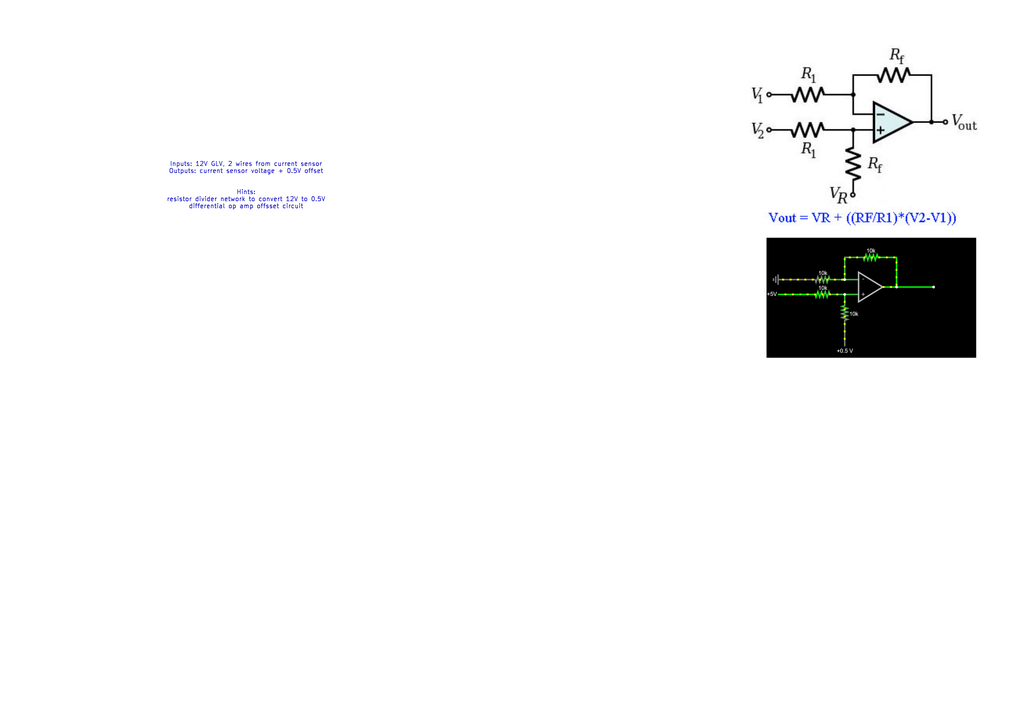
<source format=kicad_sch>
(kicad_sch
	(version 20250114)
	(generator "eeschema")
	(generator_version "9.0")
	(uuid "19254169-df2d-4923-abb5-a66aa6bbe6de")
	(paper "A4")
	(lib_symbols)
	(text "Inputs: 12V GLV, 2 wires from current sensor\nOutputs: current sensor voltage + 0.5V offset\n\n\nHints:\nresistor divider network to convert 12V to 0.5V\ndifferential op amp offsset circuit"
		(exclude_from_sim no)
		(at 71.374 53.848 0)
		(effects
			(font
				(size 1.27 1.27)
			)
		)
		(uuid "4bffb138-a5b5-4a67-ac0a-abf6253aca8d")
	)
	(image
		(at 250.19 39.37)
		(scale 2.6812)
		(uuid "196974ff-f937-4611-83d9-a6c80b5da4ed")
		(data "iVBORw0KGgoAAAANSUhEUgAAASwAAADrCAIAAABchTyaAAAAA3NCSVQICAjb4U/gAAAgAElEQVR4"
			"nOx9d5hV1dX32qfdOoWhiSihiWJHo4JdoomaSDC2yCMWVJKIeY1KEmzR14KaRIMvGjsRSwQFiS1i"
			"jeKXWBALSp0BZmjDtNvPuafv748fZ+dwpzjg0HTW44P3njl3n733WWuvvhbjnFM3dEPnwPM8zrmi"
			"KJxzxpht24qiSJK0s+e1e0P39nVDp8B1Xdu2ZVlWFEXXdVzUNE2SJNu2w3daltV9sm8VsO796obO"
			"AFifYRjxeNzzPFmWfd8XPND3fXzAFdy80+a6u0E3J+yGLYAHUHKdMabrejweNwwDFCgYoGVZUgC4"
			"6Hnejp737gzdnLAbtgDgQ2s+BuaGfy3LUlVVsEHbtjVNKxQK0WhUURTf9xlj3Zyw89DNCbthCwjT"
			"j+CKvu+Dubmua5omjDGGYRCRZVmapvm+H4lEFEVpaWkBEe7MNexu0E2E3dARgAI55yBCRVGGDRuW"
			"SCRUVe3du7emaXvttVdlZWU0Gh0/fnxDQ0PPnj0VRXEcZ2dPfHeCbiLshnaBhyASidi27ft+XV3d"
			"lClTiOiOO+4oFoubNm2qra2dOXPm7NmzJ06cmM/niUhV1Z09990JuomwG7YA8D0i4pxLkiTLsuM4"
			"oENJktLpNGPs888/933/pJNOkmXZNM3Kysrzzz+fiN54442ysjKMI2wznueBMZZ4MrpBQLdhphu2"
			"AOFdEB4Iy7IURSkWi0SUTCZN09xrr71aWlo456ZpRqPRbDZbUVERj8cdxzFNkzGGH0KTZIwpikJE"
			"ruviQzeUQDcn7IavARBVMpmMRCJEVCwWC4XCcccdp+t6NBo1TbOiomLZsmWWZY0YMUKWZbBNz/Mk"
			"SVJVVRhpEGezU5eyi0I3EXbD14Cwl/q+n8/nFyxYwDnv06dPIpFIpVKqqnqeN23atB49elx22WWO"
			"48iyHLaOOo4jjKvd0CZ0E2E3dApSqZSmaWVlZUuXLrVt++c//7llWZWVlZ7n3Xfffc8999zYsWMv"
			"u+wyYZKBMklE0WgUumW366I96CbCbvgagHhZVVWFsLWFCxcS0S9/+ctevXrFYrFIJDJ79uwXX3zx"
			"scce45zrug4DTLFYhOOec57NZoW9pxtaQzcRdsPXAFyFlmU5jhOJRD788MOysrKampp8Pt/U1HTa"
			"aad9+umnX375JREhqUJRlMbGRkmSGGOpVIoxlkgkwAy76bBN6CbCbtgCROCoEB1930dADIiqvr7+"
			"0EMPlSRJ1/VkMvm3v/3Ndd2nn366WCzGYjFFURhjM2bMGDZs2H777ffDH/5w6dKlYInd4mh70G0y"
			"7oa2AQQDNz3IMpPJLFu2jIj222+/8vJykGvfvn2POeaYf//734ZhMMai0ej7779/ww03zJ8//5RT"
			"TnnxxRcZY5lMprKykogcx+n247eGbk7YDVsAxMjwFeFy6NWr11tvvUVEI0eO9DzPtm3XdV3XPf74"
			"41VVffrpp6PRaD6fNwzD9/0hQ4bouv7Tn/50+PDhiUTC933TNLspsE3oJsJu6AhE2Boo84svvojH"
			"4wcffDARaZqmaZpt2+edd57jOEuXLi0Wi7Nmzbr66quJaPz48T/96U+XLFniOE4+nweTFGmH3bAF"
			"8G7ohvYBLj7XdW+++WZZlokokUgoijJ27NhisYhqF83NzT179iSi/v37v/baa88995ymaYsXL06l"
			"Upxz3GZZlmmaO3s1uyh0h611wxbA28knFOocUnuJyPM80zRlWY7FYvl8vqysLJ1Ol5eXv/TSS2ef"
			"ffbixYsPOOAA27ZN0ywvLyci13WR+LvD17SrQ/eOdEMb0PpoVlXV933XdROJBGPMNM1isZhMJmOx"
			"mK7rZWVlsKCapol40bKyMtd1Oefl5eVNTU1E1F0Sqj3o3pRu2AJYAK3/JEkS6IqIYrEYEiZ8349G"
			"o4hKi8fjsVgMEmw6nVYUBRJsVVUVEYnyUN1QAt1E2A1bAdFolDEGksvn88Vi0fd9WZZd14XRJZVK"
			"RSIRVVWj0SgRcc51XcdPIMR2Q2vY7YmwA53WdV18COe2UZDY5rqu53lAne5McApMdNgQbBF4F65g"
			"n/FZlmXbtsEJRcZ9Lpfzfb9Xr15E5DgOSkKpqirLMqTQEu4qNl8Q8HcWdnsibA+QvSaqZQJXcGZr"
			"moZ7cN33/W7/FQWCKAhG0zTTNBOJBBFJkgQDKQUVDXEDEcmyHIlEdF3Xdb2qqiqXy02bNg121NGj"
			"R0+dOhUWUSLSdR2D5HI5XAFxgpF+x3XFb7N1tFAoJJNJCp3lUFFw9IbtBCikuROnuksBqAUaHefc"
			"cRxxbAE454wx13Uty4IDEF9d143FYq3LcsOyyrcsRhrO8eXf7Tql38ITCGIVESWTSd/3HccBQgCl"
			"4NpC6WghhX7HT+ISAH/DdjHGNE2DHIF/RQio53mJRCIej+MKrKNEJPLoiWjjxo20ZRlSzrlpmuI2"
			"lOv+LlMgffuIkAf1UTjncExxzlGdloggmuKVW5aFn3zHFZI2AcUsoBlalgUxQZAlhQrGoPgFEeGw"
			"s23bMAxsOxH169cP9UgpKB9cUlIRKsNOWOGuBN82IqSAAoEcuq5rmqaqqmEYpmniqC4UCkQUiUSQ"
			"ntM6WvI7CDDJIHeecx6LxYrFYiQSgc6GYk2IF4XkyRiLRCK5XA5szXXdZDKJtPpkMmnbNghSmFId"
			"x7EsK5FI5PN5FG6DYQzNLb7j5+C3ighFHBARRaPRdDp95JFHyrKsaVqPHj0GDRoE0/lBBx00fvz4"
			"6upqyKv0nSzb3toWAP9eWVnZhx9+KMtyZWWlLMstLS2MMVmWhR2FiEBsnufNnDmzT58+jLEjjzyS"
			"c45SF67rwiiKR1RUVKTT6QkTJlRUVDDG7rrrLjxOURTbtrHz33V1oCtj4HY2iEBH13WLxSIsB3/6"
			"059UVb3//vuLxSLn3DCMBx98kIguueQS6Ic4knf23Hc0INVdALicaZrpdPrGG28EbiiK8tJLL4mS"
			"h47jZLNZzrlhGJzzTCYzatQocWc+n89kMpxzESOKR7iu29DQAFlDVdWDDjoII3iel8/nbdvegYve"
			"ReFbSISgQ845lP6jjz6aiBYuXMg513Udd+6xxx6QUQWG8VbUuIMp0w+BuAiEFjWwu/BxYjRBBrZt"
			"oyhT//79wfoYY8cffzwP7Vsul8MOc85ra2uhDSLf9+abb8Y92HzbtuHK55xPnz49FosJV8Snn34q"
			"thrSL36yzasQOwa7d8ke7vrwrRUD0uk0upTU1dXJsvz973+/oaEhHo+jRHRzczO0HaAR55y2TKUT"
			"G7TDJsxCQIHlAwm1YhpdrjsJ5wHEB0VR3n///Q0bNkDalGX5448/3rRpUzweLxQKvu+XlZWhlqHj"
			"OI888ojruvF4HIfdrFmzkC2BkT3Pi0ajnHPf92fOnAnJE3bUv/3tbyBRIoIPadsADhJ8xi4hbHX3"
			"a0ezg4l+u0KYE+KMRMXoww8/HGctPMWNjY1ENHr0aM65aZqCFYgzfhcBJMKKr5int5XwtY/gnEMc"
			"wBadeeaZQAwUcSKiadOmcc6LxaJlWSAeTGPw4MG4ExogEaEyN2wwGN8wjHXr1hGRLMsIW4vH44MG"
			"DcITIY5u87rwb7FYdBxnm3nprgDfWk4IH+Bbb70ViUSOOuoozjnqfzmOM3Xq1PLy8nHjxoFWhVUg"
			"zAl3mMGGt8NsYVoEGTiOA5aF2W4VdPDoYrGI9YKEGGONjY3z5s1D5tHEiRMty4rH4w899FA2m41G"
			"o+CZSOT9+OOPV69eLUlS7969x44dizpOM2bMEEUxKLD0PPvss0SkKMro0aOHDh1qGMaaNWvmz5+P"
			"Oaiqum3rEu5KVVVR2IbaqbQPRN/mF7QjYOfRf9dDCSfM5XJ33HFHJBL505/+hBsKhcLjjz+eSCQu"
			"vfRSHlJ1PM/D2QylCDk7O2zOHfzVsizMBP9ug6rjtwM84CRYOGwtc+bMATYfddRRmUwmHo9DYv/q"
			"q69wEGBA27bRfEKW5WuvvXbBggVEFI1Ge/XqBXsY51zXdcuyDMPo378/ZP7XXnvtt7/9LU6Wn/3s"
			"Z5gAZrLNKpz4YTqd7njV2zb+joFvLRG6rmsYxpgxY4iovLxc0zSIQ8OHD3/33Xd5gHbig67rvu9b"
			"loWfC4FqB8y55IoXirHkAZFYloW5ddVzgbW2bcOkCZnwqKOOgmP9vvvu45xfcMEFRKSq6i233MI5"
			"h6FF13XXdcEtZVn+/PPPHcfp06cPEUmS9NZbb2FFmDAKQ8myXFVV5TjOp59+CiIvKyurr6/nW1qe"
			"tgpwXOKDOEyz2WxYZO0mwp0AYSJ0HMe27R49esiyjJeUz+evuOIKxhiUHCgSoEDXdcNmOtu2YYfY"
			"ARUZWrsKMHPO+aZNmzjnuq43NjZu8/huOwCGZlkWtDjOeU1NDQLZe/bsuXTp0mw2+69//Qs0M2DA"
			"AOA0dMJ//vOfEKMOPfRQOBt+//vfE1EsFrvgggs8z8P8bduePHkyevpeccUVmMyRRx5JRPF4fO7c"
			"ueIc7Hh/2gTMHFPCnevXr+eBjRcvV9DhNu/ejoFvMxGuWbOGiE444YR8Pg+KampqUhRl8ODBPCTg"
			"XXnllbFYrLa2tlAogB8KNNrxgLQPy7IKhUKPHj2ArxREWtKWRtRvCER08803G4YBtv/oo4+C751w"
			"wgk84MBVVVV49MKFC4vFIk6lMWPGQDG7++67OeeWZa1YsQJB3pFIBDwKFq+ysjKw1i+++AK/ffDB"
			"B4XiHYvFxOcOJtkeKIqCUwOqb1lZWTabBQcGKQpxdxeHb4NhRsRhsyATJ5/PK4qC6OERI0Ykk0l4"
			"LHr27Ln//vuvWbNm7dq1siyvXLlyn332yWQyUAIjkYimaThEgYI7fi3QwRRFSSQS6EcNIz4PUkC2"
			"FsIvm4ItEkM9+uijiNW2bXv69OmgNyjMjDHTNBHSQEQPP/xwNBqNRCLpdPq1114jIlVVx44dyzl3"
			"XXfIkCGDBw9WVdWyrHnz5jHGOOcLFixAtOCQIUOGDRsGKj355JORiIjIOBwxHRAbqF2E7MB4Fjb/"
			"EBHMVxCSGWMwqjHGRKZil7t2uhZ2eyIUBYiAZ4gGrqyszGaz7777LhENGDCAc15VVVUoFBhjZ5xx"
			"BhG98sornucxxhYsWDB27FgvSDDFC5YkCQa3nUKHAEhcvXr1+vLLL2H0h2/A2UrgoUAiDGIYhq7r"
			"vXv3lmW5oaHh3XfflWV59erVNTU1CAodPXo09iEajY4bNw7b++KLL2azWdd1Z82ahVNv3333HTZs"
			"GAvsq5MmTQK5zpw50/d9RVFmzJiBKxdffHE0GgVJDB06dOXKlZxzwzDS6TTEfojEbQJ8GGBuAsC6"
			"m5ubwV3XrVvXp08fOFHC/LP1h10UdhDH3c6AF8xDZgzTNE899VRFUb788kuYH6AZ/vOf/4xEIued"
			"d54fBCvPnj2biKqrq6FFQJqCsNqFhpDOA2iGB/SPi4ZhwCH2zUcGXHHFFUSkadrFF19smuaUKVPA"
			"cGC3FATMOR8+fDg45PPPP+84zmGHHYYfogMMD/YcLn78aePGjdlsVtM0hN2sWbOGc26apq7rsAPx"
			"kIcWomMHcy75KlYBS2yhUMDJqyiKOGtEuLm3ZUjNrgm7PREKa7sog9nS0nLHHXf06dMHqJNIJH7y"
			"k5/ABoCof8g2FRUVr776ajqdfuGFFxhjtbW1sFiEDfc7a0WYgxBEs9ks5h+mok6CsMSUfP3oo4+Q"
			"NxiPx7PZ7PDhw0HzCxYs8DwPiqLneZZlTZ06VZIkTdNOPvnkurq6aDSKHxqGAasMZmhZ1qhRoyAZ"
			"3n///c888wwRRSKRY445RjA6MHPTNAuFAsR+27bFG+xg/uGv4QOCc44xiUhVVUTViRQNkCLvJsId"
			"AKZpCreeMIRCYhHRoXh/uq7D9O84Du6xLOuVV17B4Q2cwDiCpHc8gNKgEBJReBrf3Hsp8JhzPmDA"
			"ADxi6tSpRITMCbFFgk3V19cjJkaW5d/85jdEVF5eftppp8EyidMBMsVTTz0FjnTggQceccQREAIf"
			"f/xx3/fDYbqFQgEfDMPAU7aKSAQzNE1TGD+JCEmMIHjoF0I+6ibCHQHCrB8G4cDF6SjMgML+iXcz"
			"d+5cItqwYUP4YBZn/I6HsDgqSRLUnm2eTImNXuiHnPMbbriBiGKxGEwmmqZNmjQJ4QG4R/z2qKOO"
			"wmQgXDDG3nzzTeG3FIdXLpeDLg3zCWJZ1q9fD3oQ/h5BeIIst+pwae3903UdQeRiPn6QwLGLkx9g"
			"tzfMAPDKKUgexYfKykoEbUiSJOIbs9ksYwyFwBC7iCBJJKcicNkLoqh24opgIwE2h1XErQUvMNOX"
			"XDcMY9KkSTBRwpdg2/aECROgGQrxgXNeKBQuvfRSIorFYq7rRqPR3r17jxw5EiVCiMj3fWQPlpWV"
			"nX322RQUcXJd97TTTuvTpw/nXJZlkW0oouRA0t42FfhhjIl3jYlxzqWgrBuY8Nc6OXYR+DYQoXiL"
			"vu+rqorMA6jp0HlwBhuGoSgKenqh3zoiaRobG2HIAdLjiAV+7ETTNrDHdV1N03jgn9iGUxb1moRN"
			"3wuCAaLRaI8ePQ455BAcXvl8fvjw4YceeqiiKJZlgbFQ4CE466yz4vE4yhRwzseOHQtrJ4gK94AM"
			"Jk6cCPIAAV9yySWqqoJVgryFG4mIcN6hk3Z78+9gizRNw7suobTdgvDCUEqEJevHa8OfdllnC14q"
			"sAFXBAIRke/7mqYxxhBpJQTXqqoqIEqfPn3AcFCtXdd1VVURoiUeIdyGsAps1+WE0RRs8Jt46iko"
			"XQFkBRn4vg/ZYdy4cWI5l156KYRVFP6goEJkPB6vqKi48MILKYiQHj9+vBhNbDKujBgxQqiaVVVV"
			"p556KgVHCWyYYaYHPZOC0Pn25t8awvjJgqpT4Q3EDTvXydR5aJcT7kYMHRaCkoutZRIhlcF6RkRN"
			"TU1HHXXUZZdd5vv+Oeecc/XVVzc3N4s4FRzw8FioqioIezctUhp+jyzIOTj//PNlWUY76zPPPBMU"
			"JTA7jMFHHHEEGn0OHz58+PDhQrwXaQ0QPcrLy0866aREIhGLxU455RTGGCogEhFSWHbsoncPKD0q"
			"xFfxzlqz+10KnFDzV1RVE19LlA3xFWxNqJFuUACzqampd+/e8PlWVlaKo7T18rdNjdkq8DxPaLnf"
			"8Fk81GiJBwUEkJcEJgnag84G0dfzPHFyKYoCdQtiajabraioaGlpKS8vD281Eem6DnFD1N4WIzQ2"
			"Nvbs2bNLNk1wufDbKTk1wli9K2Mv4Ot1wo7X8LWC+/YDPBrdgqCcRCIRUX6PWs0cnFC0DWKMwQOu"
			"KEoqlSKi3r17Q/ZD5WnGGCIwwAwhoXlBbM1uCpB1ocJhf9A6wvf9lpYWoXmGURwUaBgG/oqgs2Qy"
			"CWUPKjREU0RvekHbCUmSCoUC3kh5eXl3eeX2oFOGmTCZhVGwTbPbjoGw4hquJgojZziuF/MEoYJt"
			"RqNRYGE8HsevkGgD4oRCiHHECJxzuKGhJu3W+ASCAadijHmel8lkIpFIz549cejwwMxIoYMMe+U4"
			"DmxXqBcqgjnhtWOMlZWVcc4zmQzOQTBGWHSou+dHO9AREXqhnEsRCFvid9phnLDNp3DOUaqEiOB5"
			"j8ViRNTY2IhICwqK3gsvhRRU44YhPhqNInxR1GkXhOq6rqqq+AoaxjFfUhN+FwfB1sQVocUhzF2S"
			"pMrKSpCH8DoIGU8cN/CM43RD1BGoUcgjKGHIGFMUpbKyMh6PwxlLRNA5i8XibqpOb29olwjDxBam"
			"Rq9VesiOnG4Y8PRYLAarejweF+bNPn36hF3JftBLiDEGFpfNZoEQ6XQ6mUxKkqTrOhzNMCRgXSL6"
			"KZfLieLwtPuf6CzIrKVQoyVqZYcLe0oRrQaZXDQ5w45hBCR/YLexaQh2Exiyc/2uuzJ0tC+8LSjh"
			"hDtsou3NEMSDLkKnn346Y6x3795z5sxBshmEKy9opWCapqqq1dXVAwYMYIwJHRLSJqysENWAjk88"
			"8QQCSs4444zm5uZoNIrgj2/HiS5iAMSrbPNwAVmCqETCCmRRmLhg9kSEA7ZO3OkHlWAoqBy3w1a3"
			"G0EbRIhj7Omnn47H4+Xl5Yqi7L333q+//rokSbCqaZp28MEHJxKJsrKywYMH47r4OViNEFypVfkd"
			"N+j22ia0R96tjeaARCKBdO/PP/98yZIlsiwXi8Xnn38+EokglxdZcLBnIlvvH//4Ry6XIyJJkmbO"
			"nIlhhZCGQokY/Mknn4TOs3Dhwvr6eiKCpcHrugJQwt6Dr2LTEIMCEVrs2DYgcQd2NYgG4l8KdOmw"
			"706MEFazWRDsIjw3whZKWzqHSrjfrm+o3DnQmtEhGSSTyUC6Ky8vR93lcHCmaZoHHXQQAghbM0kR"
			"oSt+JcILuzBjHYHIIlh+woQJiPOAz2rDhg0i7h4fwOhaWlpGjBhBgUx1zDHH5PN5N1RMCQsxDGPZ"
			"smW4B+j1u9/9TiQTdXlYqRhQfAAPgXjctc/a3SGsEwmhrASZW8eX7srQtjjKGEPxLORci6o+vu8j"
			"iWv27Nk9evQYPXq0pmnCVy5kDyhpiNBFoWuh02OQb3JkhCeJD3jc888/DwyOxWKe57300kuw2sE8"
			"Iw7sVatWffHFF4qiIE3hgw8+aGhokIO+hRQU6pNl+a233oK/C2xq3rx5eFY4NOebgxsquygUKnwI"
			"d0GibWKD3bBbwH9N8PgQluANwxg6dKhpmp988omu63DXyrJsmubVV189Y8YMXIEIVywWhUASiUSg"
			"YsHcH4/HBSpTkHKyzTMuoUOQ9Jtvvgn2W1FRoet6PB6fN28eSIgHVXSRHzBr1izhn4CON2fOHAri"
			"TikQw2RZnjlzJtQeuA1XrVqF+u1d658QxSZEZipkZlh3wdVBmcKq1A3fMtgcphS+JKQg3/cPPvhg"
			"Iqqvr08kElCHNE27+eabzz333CFDhsC/JCLZRRU9CsJQ4DOAbga+JIV6L3cSwLKpleSMecIqMH36"
			"dIz8i1/8goh0XX/vvfeWLl0qliNJUjQaNQzj73//O4adMmUKzoWHHnoIVgdJkjB5WZYXL178ySef"
			"yLKcTCbPP/98UPuDDz4Ie+BWzb9jAA8EjYn2mgjgpCCrQ/BDXOyGbxu0Fp2hZaHgF9I9b731Vh70"
			"V6murh44cKCu61AUcdEJ6pD7QbblvHnzpk+fLqpQ8iCddKu0KeFkhw6AiYlSduJ6fX09lDdVVWtq"
			"as466yws7Z577uFbFhF85ZVXiEiSpEGDBhmGgbAPIvriiy9wfIhs4KuvvhqDXH755R9//DGsF2Vl"
			"ZUjI6MK8+5LUb5F0B8kimUw2NTXxoIxnVz10t4bvik5IRBDDqqqqiKi6urpQKKD++dSpU8ePH+95"
			"HrxM6K8izB6c81wud9hhh1144YX/8z//c/LJJ3//+9/PZDLIoZZlGWbJNsuVlwBvi/vxkPmHAmf9"
			"a6+9Bjfx8ccfP2DAABSHJqLZs2ejFwXnHMT21FNPQbobP358LBYTfRceeeQRzjk0YVVVU6kUNEAi"
			"+vnPfz506NBhw4ZxzvP5/D//+U/OuUhr+ObAQ2ZPx3HA69Lp9B/+8AfP8yzLmjlz5qZNm3avCIFu"
			"2Dpo7X+HgRQ857PPPlMU5fDDDwd1LVmypF+/fiA2FO3irc7yiRMnyrI8cODAK6+8ctCgQUR03XXX"
			"4SedL7cseCBUI2EFBUPA3MSffvjDHxKRpml//etffd/PZDJVVVVQtGpqajzPQxmSfD4vottWr15d"
			"KBRQH5qIKisr8/k8hrUsa+HChbg+dOhQ/PZ///d/oa2de+65vEs5oR+qT4VdamlpueWWW5DcgGnc"
			"fPPNblCVuKueu/vCt48Tts1qvKDYUXNzMxHBANPc3Dx69OhXXnlFkATnvLa2FnciAc/3/T333JOI"
			"6uvrdV2vq6tjjIlTXJg0OmnbYAFQYDFCzMq+++7rBK0j0GIJTGzt2rWg83PPPRfM6tprr/WCAmov"
			"vPAChj3qqKNM08TFvn37YnoffPBBS0sLxhw3bhy6CP32t7/lnOu63tLSQqH8t64FTFWMLPzdYgd6"
			"9OgR7h61tRDGRcjwvJ2jcLdA2e8WEcLeGIvF4vF4S0vLG2+8cfDBB1uWtXHjxilTphDRokWLOOco"
			"YgefhG3bffv2VVUVJdy/+uorgWoorbtV7tqSKCp4SoCyixYtQgnNW2+9Fdn0p5xyCg/Y8htvvAEL"
			"Z0VFRWNjI17GMcccA3qbPn06D5jPLbfcgsHPPvtsLD+fzyOlkIi++uoraGKu644ePbqqqmp7xF4J"
			"vw4RIRcB1xEHS0QVFRVeqBnY1kIYF8XL3X3hu0WEML0gOXru3Ln77rvvggUL6urqfvCDH5x++unR"
			"aPSrr77yWzWRnThxIhENHjz417/+9ZAhQxRFufHGGw3DQIlIHhJf2wQvALHLTtDvzrbt3/3udxDS"
			"br31VjC9YcOGQY+aNWsWD6qtGYbRt29fWGvefvttzvn69evxnqLRqGha4LpubW0trsMl4zjOSy+9"
			"hNsgiwr+k0qlRM3MDua/tYDRHMcRpaXWrVuHk0WQ4uTJk8Py/NZCCRHuFnjZAXyHiBB4n8/nL774"
			"YkmSjjzyyDFjxnDOlyxZsmTJkjfeeIOI1q1bx0Nls6A+NTY2oukHYMSIEWiLK5ofbe1J7DiOaZrF"
			"YrGhoeG9997DsAMGDHBdd9GiRfCkxePxXC4XNiFec801YC/nn3++53l33XUX0PpHP/oRDwrOoq7h"
			"yJEjwYtmzpxpWdbo0aPxw/vvv18IvWghBNhaG+/Xrk58hpDMOS8UCldddRUY4/XXX4/TcBseKjB1"
			"t8DFTsJ3iAg556ia/sADD0AGq6mp4QHJgV3U1taKNqswaWDN6XR67ty5TzzxxKuvvorgD/wLm8pW"
			"zc8POgHhq2EYlZWVYH3z58+/8cYbkVNz4YUXip/gWStXrhRpNZs2bclClw4AACAASURBVDrggAMg"
			"+M2bN0+sAnadJ598Eq/w+OOPX7t2LbINiWjjxo081FQdxaBETcQuBK+t/jPIC0HmMd9Kyg+joNdh"
			"hzA/5On55gvZMfAdIkJIa5zzOXPmJBKJK664QshmuVxu1qxZiqIsX75cECFYEGwbfEvPIQ81Awwb"
			"dToDoBaIYWhIcOONNxJRPB6fMGEC8muI6OOPP8acUfkc9x955JEg0ZtuugnaYHl5eSaTwVRB2LZt"
			"p9NpkWR40003QRE98cQTxdIwk+1kmRS99QSZwerLQ4glui90EqUE+YnA2hInrcBgL1TierfAV/6d"
			"IkIEeQHzUqmU+GtzczPnHH15Vq1aFS7qCqkJX8VFP+jrAFf4NkwRmCTo8KOPPgKdCLvFwIEDbds2"
			"TTOfz+M2kOJ9990HEoVyiPYmGMr3fdF73ff9U089FVSKyvNE9I9//ENMADgqtLIuN2w4oSbvggIR"
			"oYaCqOK5nfTXCwrEGxRZkSJCXUQ7uEFV+d2IDr99RNiurQ8xjZZl5fP5iooKpBrk8/mePXsahtHQ"
			"0EBEqOuKMFHwGdRChtOZc+4HWTnIqk4mk52MfgxPEVc8z8tkMpqmHX744XvttRfnvFgsRqNRTdMu"
			"uugiaIbJZDISiSBiTpKk008/3fd9pAJJkmSa5uWXXy5JEu5B7AGiQydOnIgqwIVCIRaLybJ89NFH"
			"ExHcGGCnCENFy8suDFvjnCP4loL6UQhVQ3IQaithP73OJfXzEEZSWzEPHe9zN+x4KI2l5sFJIzAg"
			"Ho87joME9mQy6XlePB7v378/Ea1btw6/Eo4EmC5hAmFBAWkKWdvRMrIzIJyEmJKqqii557rudddd"
			"R0Qgacdxxo8fj2xUMEDY+guFwtChQ8eMGQOeIMvygAEDDjvsMISPg640TQOLO+6442KxmGmaiEQf"
			"N25c7969BfmFp4SvXRgxE066C/tReZDN5AVl1zqTScyDkFoRkoqzxrbtL774AsH3UGsZMceyFVlR"
			"JFkipsgK+dxzXAroFowXw7YZ4dRNul0F7aYyeUFJMgqyPzezTkkiorVr11JQ0cBxnC5P1iwZkAX1"
			"lxzHURRl9OjRqA0jSdKxxx47ZMiQaDSayWQQXY0+hMlk0nGcc889l4g4547jnHfeeYlEIiyoEBFI"
			"MRaLwU8Icj3jjDPAJLt2UTsAWu8bEcViMcdxjjvuuLPOOmvVqlV4a7ZlRaJR3/N0XSciz3V931eC"
			"05OIUM4DZNYmB+7O0O0qaAPPQHue5wk+BulOePAty0omk9FoNJFIoGCEvz2rAIr5xGIxCGlDhgwB"
			"7/J9H44Tx3HAsZEtgSPcdd1TTz0VQTaKopx33nnheBchLSuKEo1GL7zwQuRbDRo06Ec/+pFQ/Lbf"
			"urY3iH1zHKe8vBxR9QcffPD555//1VdfKYpCnFuWlSwrk1GcV1W9IKOSgtSqkpSR3XpDdlloo/gv"
			"D4KJoQVRIB0hla5YLB577LGmaS5fvnzQoEH77LPP66+/btv29oswDnNgBMclEglU0UPOcTQahRiG"
			"KHNN09LpNHpOoGQT0iBVVRXzbE1gYH2apuVyufLyclEReGeB942L/4p9g8gdj8fLysry+TxC/M45"
			"57wpU6YMH76vbbucc01Twdg4ESfOiPncZ4zhAxHJbIvi3DsRsC6hqoSjGkv0YcBOn/DXQhvF+oVK"
			"gGIqApVxxQ+aTiGgOVwAe3uAmB6KoEHbEbRULBZjsRj4M7RNHpSULhaL0GDDaYe+74dT8sI2CeiK"
			"uVyusrIS45um2XkNtsvhGxKh2DekcYlavUQUjUZN05RllYguvvjiKVOmDB06mIgsy4lEVMuxPc+L"
			"RWNE5HNfYkEB0rYyv3cKfPuIsF1xNFztR6ApBX2wYDs1TbPLuxe1PhQwHxhRYJmEsYGIYJhFpp+q"
			"qihChSDViooKIrJtGyUx4W+EjTGMTKK+ExYoEheo01Hmuwh0sG+wYAnGfsIJJyiK4nlci8RmzX7+"
			"0BGHXzHpqg0bG7WImi+YiqqpkUjRtizX8Ykc33O57+/C7YC+BfD1DWFERUphGBSHdDQa9TyPtpuq"
			"UHKehSVecUZQUKoMHm1R3R3utWQyudnw4HnxeFxUmC4ZWZigwC5QOEewjt0OwqtDcWQ4DIkoEok8"
			"+uijL7744rHHHVcsFvVCwff9Bx98cOjQoZMnT1FVtSXVIjEpokWISGISpB7b2RwnhI0SZq1u6BLo"
			"qHcUD3XnER8cxwFTErKoH3QU6RLgrUobhcUJXdcTiYTwnomy2RRq0hL+lWEY8XgcwnNYci4ZGYNg"
			"WIyzXbXczsDWiqMd7FuxWESFVdBPLpdzXZdJ2uuvv37PPfcs/Phj3Kaoanl5+W+nXHvRRRf17t3b"
			"NM1IJCJaDDDPF5lcOPWE3W4Hw7dPHN09Grh9dyD8OkTnFnxl7bSIAoA1CZZOW5Ii93xZUYkxTmx9"
			"utmXWBnFDde2Zf/Nd96+c+rtaz79QpVVbtuu7GrJ5O23337ZJRPKEmWWZUYjUSLi/uYYVPI55zwW"
			"iRJjjm2rEU1MgAfNTLcrdC0RbpuiK4Sp8IZvM+x+rrDvFGwVirR5T3uHbHMmzWUpnkwcMfKoF/4x"
			"75Fnnh4waKBHRJx8x73+91P69u5z7733xCNRyyxaZtH3fVVRkXCM9tR6oaCGhAVRNg4S7DYsdjcC"
			"FgSidAmb7SbCXRT4lgXqvxbCDKHtG2iLP5X3qipYxY2NDT336NN3zz1PH3PGK2/Mf/ypJwcMHuwW"
			"TbdoSpL0+8mTh+4z9O9PP0M+l2V53fp1RIQWhYqqJpJJOwipKdESdy+b1lZBmzz2G4qT3eLorgVh"
			"gUrUIxXa11a56TAUrNm+66lqhCTmc4I46jI1pxcqe/ewbLulubEylogrqlM0k5r27LPP3nzTH/KZ"
			"jKKoruPIirJnv3533nXXuHE/55xy2VxFRbnv+rIiERGnLTqQ8lBbte0EXS6OtidBhMds/bkLoZsT"
			"7uoQfuWdPzH5ltD6Bpt7sbKkaZqWafbp2ausrMwlnqgotz33rHPPWbG65s4//0mNR+WI5nnuuvXr"
			"xo8fv99++8+aNbuyspxz8jyPODm2Gx4fQhryZr75wncMtEeBYXoOf2ZBMLNI0fjmc+gmwl0aWNCz"
			"Wgh7vB0I/6rjv+IGj3NZlk3dKIvGJZ9ns9l4PJ7KZrRE0pcVw7IvvOyyJStW/v6mm0jTSItwn6qr"
			"V02YcNkB+x8y5/kXtIjqOD5jMrg0srFEpFsHDoz25t+Zde0AEA8VSwhvfjgxqiSL6ptAtzi6a4F4"
			"Hb7vi5gkL2glT52ThcIYDHGUcdosjhJbn2ryGLVYTiwSScSilm5IxBljRlGvqqoyLUsKJD27aCYS"
			"iVwm+8ADD9w/9Y/RWMwsFmVJ9nzvgOH7T5s2beTIkY5nIvkLFBiJRMAMu0pmaz0OlradXBTihyJu"
			"UbQnoEA14CHOH3YybzN0c8JdF4QJbpvZQptICejRo0ckEsm0pGQmKZLEPa+qqiqTyRQMXTeLXGKm"
			"ZckRzbDMHn16/f7G6zds3Dh+/Piy8nLP9zRVW758+U9+8pOf/exntbW1hUJBVVUku+1qnG2bgbcj"
			"jgoRVNAeDzIBthl2e07YwfzbO5/CR6m40klvUgfDbhuUPJoH+oboppjL5UzT7NGjB9K42nvfMIfw"
			"Vm0MQcZGQe/TZw/LsV3P35TPGLZlMYkxpjBJYkwixnzOOSfOVU3jnBuWKcuy63uWZVVUVBiGUSEr"
			"iUSibvWav9x777NPP2MWi0QkEePEzxx75jXX/GbUqFGOZ7uuG4vFYJpBkqdgjIwxWZa94NzH/8Jb"
			"GZ58B8ZegfThaIESTkhf98rC3Cx8XQiZiqKkUikE/SE7By9FbDW60yLba2utZSXP/ZYQYWvrRcm+"
			"tMb18D1btY9dC20SIZAAiFteXo6OOui9057tUUiAJei7eaWcfE6cSIpEV9atljT1imuuFUTIOAki"
			"RFrTH+/5cyKRMG0LCTRGsZiUJV3XFUnu2aOqZsXK+6dPf/755/VsLhqJmpZJ5I8ZM+Z3v5t89NFH"
			"M8Zc11UUCbXPUTEEYVW2bctalIg4cYmI0eZZ8sDgQZ0gQjFaePdaEyG1gwlf+zpA4aZpJhIJVJPo"
			"0aOHYRjg8wgX84KOPZlMBrnm3wi+Vn7YxaHNIiIlF2Gv66CGyk6sRNJ6qij9ouu6eLtQuogIxTXa"
			"BArFoyPCHjSMPyVicUaSqkZIUjfmcnXZDMViFI9TPEGJJMUSFImTFiM1SpEYRWKL1tStaEnVZLJr"
			"i+bqfGF5S+qzurp6y2pynA35wrpUZlOu8NZ/PjzvognElFhZJckaKaokqz8+4ydfLV3ic14s6px7"
			"vu/6vmuaRirVjCsu5y7ntu95/L8rD5eiFdXfxM50UComnJ/dJcgsJvDUU0+JchBlZWXz58/nnFuW"
			"hZJl6DMbiUT22WcfHrRF2mbY7TlhZ2DzUttRoHn752V7f+LbjXNiqkTk+76oBV5fX9+vXz/OuRe0"
			"E20NJdK1OHGQqaznC/377205tufz5mLB8twH//YEEUmcGFGYE2rxWD6fv/raa9D3zgziabW4xjlv"
			"2Fivysoeffratu1YVlSL1NasuuWWW9556y2vWJQjqmdaJNG1kydP+tWv9t57b1mSM9lMIpFQFdXz"
			"PVmSQS5bxQk7eH3ih2FpPPxX2npOiA+FQiGTyey3336JRGLDhg1EJMtyoVAoLy9vbm7u1avX0KFD"
			"p0+fftJJJ4VbhW8bfEuIMKwulwgqJcBbBToDvtYdVyLwbD/xlW+p2AgNJBaLdd4PzkOtZmKxGHGS"
			"JJkTKbH4itpVpMieqtGWRIifSVFN1/WKiopsLgfyY4pMRFJETaVSPSt7RFQt3dxCnEejUU1R89l0"
			"v379/t+C96fde887b7xJjiVrEc+0orHIRRddNHny5CGDh+iGLklSLBrzfI9JMvz7YSIML7wzRCho"
			"T+wPjJbikBJnWXiQEgWyg23HPbquJ5PJioqKzz77bNCgQblcLpFIOI4TjUanT5/+7rvvPv300+CW"
			"InmgNYQNxe3hzG5PhGG2TluWh8INJSdouHZO+CclY9KW2NCaXLe3DimeLpI/UNmgAzWpZCFiBM65"
			"ni9UVfVyPJckubax3iVO0RiFiFDixDlnRA7bnLEtybLjOJF4DE2a81axorxcUZRMSyoRi8cj0Xwu"
			"F4/HXc9jEmce9xzn048/fvCBv777xvzNCqgsk+dN/NWvbr/99qoelY7rERFjm4lBhrRMpRNuTYTU"
			"6l2E5U/siSBCFkpVa30Qd6A2lzwXaueBBx64ZMmSVatWDRgwAGKFaZqyLH/ve9979dVXDz30UMZY"
			"oVAQlTJbAzJO2nyugN3eRSHkLnzlgVhPQde3cI3K1pphe8OG3yLuDGsmO8aKw4IUR+QEhifTGmhL"
			"9yBtebig/oCmacR5LBaD7aQEsEBJkjgRkyTf94u2Zds2Z8RkqaKs0nV88qg8WeF53PcpHktm0jkt"
			"EbM8vzmT6tur18mnnvp/909/8dX5h486hikKcS6p6iMPPjho0KDrrr8hm82qiowGBHiWeG5ntiJM"
			"gfhJ+LO4zQ8B3zK0pb3tavNPqM35ve99j4gWL16MNFoiUhRl2rRpp5566oEHHsgYy+fzHVBg66fQ"
			"llwa8C0hQgq9J0GEgiDFKy+p/E1tSZ5heg5f7MIwpc4AD5oLEBGyFpBkzNoBmGRac3W0T5UVxfd9"
			"27YlTcvn8yVibXgQz/eFu0+kYvq+r+s6+IDv+1FVs4om9/1YNNqcSVdWVPbs3Xdtw6ZCobDHHnuM"
			"OuboV1999amnntp3v/3wanRd/9Ndd+2zzz633zEVsQf+lp1/tnZnSohQjFBySHVMfmK08BVxPR6P"
			"e5530EEHSZJUXV2Nwrkofnv99dfffffdEE/CpRjam20H5AdogwjFraJQr2hDj+vADFGUEhj/tTPo"
			"QuAhSxoM94qioAg3TiyRdqxpGs5aGAxjsZimaaj4xDlHxqp4hVivqLEJTx0PiusANVF4rmuX0yYw"
			"xuAnxFd86HztKbHzmqISJ/I8TpxJku/YaiTiM/JlJkmSLEkykyROPiOXcTvA4c3HjecrTJI8rnCm"
			"RSTXNlTmy9zlvi2p3JYcP8aSsmbk8tz1NC1qeX7ecvKOm/e8Y0af8u/Pvrjn4YcGHXoIi0VJVgrZ"
			"wv/eeNPee+89bdo0XddVLaJomhKJcFkqOjYFZ4Hw/oUVwhIUYowVi0VUZEawjrgBydDAASRecc41"
			"TcMNcPzgta5bt27atGkvvPACisojPgk9gvDSieiQQw7xfX/JkiXQBWRZnjJlyk033dSzZ0/gCc4R"
			"CsLcwgVasY2QloGWKNLJWkVftKsTCscOEsxFGjvG5SFzFmPMsiyRtF6CozwkancVlBwtPFAMMGd0"
			"bqmsrBQCCaaKimO4h232ZSligeJwFRo22I6u6+Xl5agohaJJjDHU1d+VIfSCiRgjz5NUjSSJE9W1"
			"NLmMW7KscCbzzVYZnxFnRKxdfHCZJ3OSiCnEiMhjxBl5jBRJVdhmfYwgqPvc931NVmRZJpl0XZ/z"
			"3OxHH3iwdmUNd2xivqxpsizfdttt48aN69mzp6IoEpPk0MwFzrSJNnitkiTBcLJy5coZM2Y8/vjj"
			"xWLxoosuuuWWW9DjHccrC9lvcOYqimKa5tSpU//4xz/CCy/L8vz580888cSwdodquh9++OGJJ564"
			"//77L168OJ1O5/P5Qw45JJ1OiztRDQyoAtciEaFEg2VZoiGnqANYKBQikUhJbbR2D3VshLhb6Jci"
			"vwYPwzPguMSubSfu1x5AwvR9H0ejruvRaBRdNYvFosgDAlcEjaEPoWDvWAjuFOH/UF1EQQewWVVV"
			"4/H4rk+BnYHwmxLiaAdvTfYliWTZlxiXGJfwQfYly7JMxxZCJhExWZIkSdbUvGmkcploMn7xpRNe"
			"f/ut//vrA3sO2JspChHZxeINN9wwYsSIZ555hrHNVRUFB+54PsIvmkwmXdd97rnn7r777ubmZtd1"
			"n3zyySeffNIwDMTc4tXDlGLbNlpQEtFHH3101113WZb1q1/96vTTT7dt+6yzzspms8lk0jAMaC6o"
			"D7b33nt7nlddXV0oFHr06HH55ZffeuutruuCApubm1HkFlwUzn3XdRFGE4lEWlpaEDYEzpzL5VD2"
			"rkR47GjfQdDiKziyaZrQ8gUzoaCUi7jT77DUwjeHMCdECzEsNZVK9e3bN5vNVlRUFItFxhhKNkFq"
			"5Zzn83lUEMYkwcAhZ/pBUBIP2V0QD4HTDlTteR7quG0/6JK9+lpOaCuK5HFwQpkYOKHfQQwgkeyT"
			"xBg8fZ5EPueeREUnKELjc8aYGlSy0SIRy7IM24hEIgpjzPE0ksxC/vln//7YY4+tqqkhol69ezc3"
			"NRGRoqq++1/lMHyas1aG7s1idlBxT5KkSCSCIxjHKLgQWnrAahpGclxnjF1//fU33XSToigjR45c"
			"tGjRv//97xEjRqA+LQUo7ft+7969U6lUXV3dypUrJ0+e/PnnnxOR4ITh+rSCXiA2iq8Qo2pqaubM"
			"mXPppZf26tWr5OW2ywlBu+goSERQt3zfR88GjCJk6Hg8LtYZ3rLwle3EIUU1pMWLFw8bNowxtsce"
			"e6AkvqZpJeGF2OI//OEPiEE566yzIJEKDo+FY5KGYUyaNIkx1qtXrxtuuIGI4DWiICpye0DJLvEt"
			"rQtd+CChcbX5ta2ZSUTS5n/FBy5F47FILKppmqQqsixzIp9z3/czmQxqtIct0j179vzlL3955513"
			"RmMxWVGam5rKysuZJLmOE350ZxaLYs3xeBxIKMsyxMJwlkN4aQJEdBGu43WHTVxE5Pt+NBptaWmR"
			"JGn48OGyLK9du/aSSy5Bo3UKKLnk7YDkQOEU6IeGYaB67aJFi66//npd1xljsA+LZZYSoRj3mWee"
			"6dOnTzKZ1DTt4IMPfvnllyFSw2R3yCGHMMYqKysHDRokSRJaPYf9AWEKFLA9rIsgwng8/txzz+Fl"
			"mKY5d+5cRHiBv4lC/YlEwjCMF154ARL/u+++u3HjxnBVNR4EbRKR4zhz586FiDt37lysHeTXhcW5"
			"29wQ3pZtvaue2PpZneK6EvMlBj3QY+QT3/wvgPucc4+Cs4MoGYu7jkOeH1FUTVYiqmYU9CVffnXO"
			"WWdPvOxy0yhqisqIFXL5K6+YVL2yWvRsFQ0VS4LXeCtbt+d5tbW1t99+O14ZGsjee++9DQ0NPOg/"
			"CfmFcw7jTaFQsG17wYIFqqrefvvtkydPHjNmzKJFi6qqqg444AC06/J93zRNULjjOMOHD2eMXXXV"
			"VYceeuhxxx0H0orFYoZhQNSCTQS2IqF2GoZRVlYGMwRjDGZCVK+jAH8Ec9oiT5EHTTnRuGfJkiWR"
			"SGTYsGFNTU24bdOmTZZleZ7X0tJy0kknvfjiizgP0AQPmZ0A0fUOG+cEgCv8m4Ef6r/HOXccJ5vN"
			"9u7dG0dRNBr9yU9+Inrx4X5M23XdmpoaIoJhjYjuueceznkmk8Gs0GwYrYsef/xxCuoXKYry6aef"
			"GoaRzWa7tlto6/0XuIgXAe20g8DX9obdjMGez33OHZeRxCSFJKUunV6VSS3X8yuy2ZWpdE0qU5fJ"
			"1+YKq7K5lelMdSbb5n8r8oWabGFVplCbLtSmCzXp/Mp0blk293lL01eplqWZ9JJ0alk6XZ3Pr84X"
			"arK59Xljyfr6FU1Ndfn8svqNr7///y79xRXi0AfZX3TRRatWrUJrLSyzM3iC9+gHHSabmpp+8Ytf"
			"QEKZNGlSNptFM1keCukUxnCga7FYvPHGG4XVJBKJvPfee5zzXC6H+4FR+Hz//fdjzvX19bquo2/0"
			"r3/962OOOeawww4bPnz4Aw88gDFnzJgB5+Hq1as/+eSTQw89lIiqq6sdx3n55Zf33XdfWZZHjRp1"
			"2GGH3X333eEjppQIPc+DEQJf8XggNKaYyWQcx5kzZ86xxx6Lr9lsFoN4nocO24ZhGIah63qhUPCC"
			"TpTApy5pRllChJ7nvf/++yAYhBElk8m1a9eK5pjih6Zp3nbbbTAZg1yHDh0qenHj9YvPRx99tKIo"
			"IjLw+uuvF+S3tU2/O15LyVcU6kUtY4DomrxVw3ZMhCuMQmsiXJFKt0eEy/LGipxRkzVWZYxVGaM6"
			"oy/LFJZkC0tymWWF3MpCfnkuuzKXW6Xrq3R9VS6/tiVb09jS5Djvf/nl2RdfLMWTRIoqayiRPn78"
			"+NWrVxcKBREkIBqVekHz4NKFBF9FT1UcrHgp4iVyzh3HQTvacHtzbKlgoZZlrVq16u6773722Wcb"
			"GxvFozEljF8oFDjnb775pizLd9xxh3jElVdeecIJJ2zYsIFzvnr16r333vu+++7DW5sxY4aqqitW"
			"rOCcv/DCC5IkrVq1inPueR766lZXVws5VkyYWnN8ECHosH///pIk1dTUgJlks1nXdYvF4p577omL"
			"+JXrups2beKcNzU1cc51XRfiBPBVtJsV6OtvJfDgYCv5iiWdc845oog9VMH7778fLxKvWXDC8vJy"
			"yJ9w/RHR0qVLBSfHsKZp1tXVQXnAzaqqwtjDg47fWzv/jpcmyBsv3nEcXdexaWiDJfawvUHaE+Gw"
			"P67tyEwhktR42erGxnX53KqiUacbyzc2bGjOrVrfuCFvLGtqXppJr0xnarK5lenM8pZUdT6/LJ1e"
			"nsuuyOdqc8aqdL4mna9O5aoz+RXZ/PJMrlo31ljml01Ny5pbanKZVdnMiubGJRvWr2ppXt+c+nTp"
			"8vMuuIiUCDFVliIy0xRSzznnnLffflucd2FxsT0RtORwcYMG0iUXcdCHyRggroT5gdDKfN/HZ1wH"
			"euMExBUcgpiV67p1dXWqqj7//POc87q6Ot/3b7zxxh49eoBzvvTSS0S0du1a0zTnzJmjadqaNWvQ"
			"Ef3555/XNG3ZsmV4laZpioPmv2W8/iv8B4EXhULh+OOP933/008/5ZxrmlZeXi7L8n333ffjH/94"
			"r732gkEfJ0ffvn2JKJFI5HI5WErRAEhRlMbGRkVRIMjButVB5Ed7AIeeGAGEAbm8ubn5nXfe8X1f"
			"1/U77rgDW/bkk0+iz6nwpUqS9Nlnn+VyOd/3+/Xrd+aZZ8Le++ijj0I0FZJ6JBJ54oknQIQ/+tGP"
			"9t57b0mSstns0qVLW1pa4K/f2vm3BxQypnmeh3NEeEdc100kEp7noR62FwS+tgaR0ySGDQOyBCVJ"
			"corFyspKz/NMo8gY02QlFovdeuutV1356169eqqyEg1aAsO/DKsy59woFh3f49ADiUuSxBmZpqnn"
			"C1UVlYoq+a4X1SJl8UQiFs9nczded/1xRx8z+5lnRCLsySef/K/33nvggQdGjx6Nguiwo5Q0U+Cd"
			"0H4ZYyU2CGrfryiwWojBLBQG4IfsFOGdRHSHcHrzQP7atGmT4zijRo1au3btgAED8vn8/vvvj8Tr"
			"fD4v7O2wRIBpI/gG6xW9lYSExVu3y8Y88OdEIgGtdOnSpTgqTNPcsGHDHXfccdttt0GLRdwMWqvD"
			"AVBeXt7S0vL+++8/9thj7777bj6f7927tyzLZWVlyWQyk8kwxjpTB6EEECoQflvCGfrOO++0tLRo"
			"mjZs2LCrrroK6sHHH39cU1ODkicssGvff//9oLTx48dfe+21ILyZM2eCGsEwMbfHHnsMR8xVV101"
			"btw4mLz/+Mc/ilCJrZ1/e+CH8rVBdbBoQ7/1fZ+IEOhDQY+6NkG8QTGsYCme5+mFgsjKNwxD0zTL"
			"LjqWqShSIZeZ/ewzc55+MtXc7PlOsViUJQmNCiVOjuP4rsc4RZJRJaJ4ku/LnMlEEldVWVGkikQy"
			"1dKkMpk7rmnoLU3Nd995x6EHH/jM00/r2WwkHleYdPLoH/zrX/96+eWXjz1uVO/evcHngTxAKqGA"
			"8c5RoCBCscbwoVYySMnmiDvB2fiWFSvwFjY7XbY8K/HzbDYrdAZU5AAAIABJREFUSdL69esR0h2P"
			"x0WrIk3TysrKoE8qigInmaIoruumUimx/3BdoP/85odSK/O08G4zxvr166dpWl1dnaIolmVFo9Hb"
			"brtt8uTJVVVVCAIQxzM+F4vF5cuXn3322SeeeOLkyZNPOumkH/7wh4VCgYggqffs2RPRYR1whva2"
			"ngdWYCCr7/s4rR955BEism37qquuikQip5xyCpYAywrWJUlSKpWaM2cOtv7cc8896qij9txzT855"
			"KpX68MMPsTsgiQULFqxfv54xtueeex522GEXX3xxRUWF7/uzZ8/etGkTfI/tzX9rASdu2OsTi8Wa"
			"mpr+53/+p6KiIplM/uY3v0mlUpj/1+5bayTGihLJJF65pGmmaXqeV1VR6VhWLBpVJNnMF4goqmkS"
			"J1gFEb2gqip5Ps7srFHgigTGiAhSWZZd2ynksr0qe0hEMmOPPfTwQfsMffDev5BpuZZJ3B9x8EHP"
			"zX72zbdeG3X0UbZrEdscBRGJRMrKypCcFY1Gq6qq2iO/NlGCBQytZPksxOhKbhYUzkJxtryVc0Lc"
			"X0Legj0eccQRvu83NzcXCgWIRYsXL45EIolEAvjPghN/06ZNjDH0IyovLwdv4JyjqzQYJh60xcEp"
			"TiMoEpZlffDBB0S077774uLChQsHDx6cTqchlOdyOaFHiRMFDeUHDhx47bXXDh48mDE2YcIEYURB"
			"nJ4X9MFtkzN0oDvxkPqEm9etWye0u0wmUygU3nrrLUmSFEXp378/ZHpkQ7/wwgvY5f333x/6Faaq"
			"adqFF17IOcdtnPPx48fDtzNx4kTMdq+99gK6zJw5U1itugTCNh4gaKFQ+POf/0yBYzMajV533XW4"
			"oYNHhzmD38rulc/mImqUSCKmNJvm6lTLuqK+or6+MVdobEoTKaRo9bq+Kptek81/uaF+o+1UpzPL"
			"m1tgL12Vy68s5j9r3vTJxnXVhezKfGZJU0NNLlOTSTfbzor1G6/43e/K+u5BiswiETUWJUYH7n/Q"
			"O2/9y3e56/q27WJGul7krYxP2AFIa52x24V14NZasR8y2oX1TGiDuCJ2TGiDYgN54MwQnhLxE9/3"
			"8YKuuOKKY489NpvNOo6zdu3aXr16Pfroo5ZlpVKp2tpaTdNmzJjBOb/gggsYYytWrMAE3nvvvZ49"
			"ey5atOiJJ55QFAWKIh5X6g7mgQkYu9PQ0IDjGb8ZOXLkQw89xDnPZDI8MMBwzvP5vLBZlZWVEVF9"
			"fT3n/IsvviCiWCwm4mnCIThtgtQOCGd6PB6/+uqrMU/DMB544AFcP/HEEwUqIyhBkqS3336bB3Q7"
			"ZswY6H733nsvEHr16tV4YkVFhbBr53K5Pn36YMwPPvgAC7zllls6nvY2Q4mugugnLBM3wEKLzx33"
			"Yy05s0XMnSRJFWXljCRF0YgpKG8x9tJLxk+a9PPxF4+/cAKTNJK1My+66JxfThw74bIfj79oTTZf"
			"pxtf1m9anS981dC4vCVVredWGfnl2dTqQm5VOl2byWzQ9cW1dTdOvTNa1ZMUjVSVmESM9t1333nz"
			"5tlGkfvcs2zH2my9tBzbDx06wiwhTNxtGmY6D37Ii+iFQNhUWlO4ENfFz3lgyQuTgxgBoSn5fP6G"
			"G2444ogj4KWYOXMmjm+4DyZNmjR48OALL7xwypQp4JzvvPOO53nNzc1jxowZPnz4Xnvtdeutt2Yy"
			"GeDbZk4YXjYeZlkWRtR1vV+/ftFodN26dS+//PKoUaNaWlquvPLKkSNHnnDCCSNGjJg0aRIsooB8"
			"Pl9eXk5EGzZsaGpq2rBhg6A6lKaib9CoQNDGgQceaBgG2MLhhx+Oi3//+9+hWvi+f/nll4OHXHLJ"
			"JZjY2rVrIfxomrZ8+XKY/nGs4Odz586Fbe3FF1/ElQMOOMD3/WKxaFnWpk2bIpEIJArhX+paYKG4"
			"8DBN4so3TN1gRKgxw7RYdX39Br1AmkqJBDFFU+NEihyJk6aRqpASkat6f752fV1eX5MvrMkXVqbS"
			"1ZnsykxLI/fWFfW1uezGQqF6w8Y/TX+gvM8eFIkRU0iS5Ej0oEMOfvjhhwu5vG1avmnbBYM7Lvd8"
			"z3E55z7nfoj2/FC+3zaQXJtEGEbjEqGgAwZbMpMSb1D4erFYhPMD9AP1L2zzF4Ih6Bm8qlgs4oMf"
			"1DoIP8XzvHZdFJ7ngeF+//vflyTp9ddfHzhw4IIFC5577rnvfe97UCtN0xw+fPhpp51WX19fKBQc"
			"xykWizfccIOqqn379r3uuutgV7z22mvxVGB5Z4SNNmVR27b32GMPHPb/+c9/crncl19+CbkRllIh"
			"aSxevBjI16tXr1Qq5TjOjBkziCgWi40cOZIHbiXLsv74xz8C0X/wgx9g4RMmTCCisrKya665hnMu"
			"hjVNs6WlhXcoS28DiAB0IRe5rnvDDTdAV0T7YSGOdgZKWAEuFnL5qBaLRGIkqY2GsWTD+jsfvP/W"
			"P//p7nvuve8v/8dIYqr2578+cMu0e/532vQb/3RvjvMVTS21BX1R3do63VhXNJc1NaxsaarLZqob"
			"Gu74y7Q9Bw8lSSWmEFNI1vp/b+D0+/9qWRa4H/c97vjc5dzxfNsp6objOD7nhr3ZqyQm5gexHO2t"
			"peNldnylg9+G8bDkhZbwwzBhg/ZSqRQPeSbxXEhSIDZoQPi8ceNG3AbkyWQyIL9isSjcJKVhZUKY"
			"Fv69SZMmaZrWv3//s88+2/O8N95449FHHy0Wi/j9ww8/TEQ4HsASm5ubjzjiCCKCKf+QQw6pra3F"
			"U8PGqE6CwCfM/qqrroI7/le/+hXnHCGdsiyPGzeOB6opOOTAgQPxp5dffplzjghAIoItVJxedXV1"
			"FDBniPUU+CpWr14NDRZHoGEYMFeEcahrIbz/1113HSyid955Z8lb7+Q48MWZBd23Hd92GEmkqKRq"
			"dYXcGj23xjJqC/mGgrG+oYWYSmp0dUPT+kJh2caGmqZUTSqzOpNb1tC0rmiuyReq05kN2ZaNudT0"
			"xx4euv9+xIgxpkiyQqx///5/+ctfgHBQaHO5XBhBw46E3RogIYYDmMQ+C/9kawCy+YE+ybc8dgHt"
			"EiEI13XdadOmEVEymayurgaWI2gGJ/cjjzyiqmomk1m9ejUPTpHm5ub33nvvwQcfXLBgAUgCQnM6"
			"nRbGj06CmBI+//vf/yaiaDQ6aNCgTCYzdOhQSG7z58/HUnFzsVj8y1/+AmZ4xhlnVFdXo3xgIpFY"
			"t24d1F045W3bPvnkk4lI07R77713xowZUMmOOeYYxBlimcViET7c7YpM4f1HZSf4ezjnEDS2apzN"
			"AWCWzV2Pu54iqUzVSFaqU80rMy2LmxuWp5pXp1IbMzmKJkjRNuQLNalUba6Q4Xxlc2pVOrsup69J"
			"ZWuaUk2297fnn+03dCCLR1hERV2Yqsoed98xVZz0wFHsEg+QLOwx306btsNAGJNKgnuEl79N8DwP"
			"0ik0IM/z4Kb3QlalUn+XwAPf9xGP9txzz2ma9stf/hLIDaKCKOx53sSJE0855RSBmihTi89wi1uW"
			"lc/ncVIi7q7j2MsS2dgLBTHBONSjRw+onbfffjuIp6KiAuTEQ3JmU1MTC9IIr7nmGqhV5557Lu4J"
			"i+yzZs2CiHv44Ycfe+yx4LQzZswQYglwKyz6bz8ILxk8Wdd1bCPvXH1Lgf2gwaJumEbRNi1V1iQt"
			"QrJSm0mvzmVW2cbSTEuD567N5UiLkKKuaGiot6yVmVR1OvXlhg3rC4X16ezGTG7WP14+cMQRJJNS"
			"FkeNtAEDvzdlypTGTQ08eFemaUI4sm27UCgAN9xQEGxnzJ67OHiBw32rAIc4iBBYCitDmA7bIELg"
			"AYgHTIBzblkWIqo45w0NDbBMLl++fODAgR999BFCqzKZDJywPMDdbDaLn9u2jYBS3krxbXMCAsS7"
			"5AEfv+6662ClAMtijE2aNElE6ArN2LbtUaNGQaKDwZaIXnvtNdyDmeBfUd4TtkfEOtTX12PvcP5h"
			"wB1wnItVIx4fQnLnf9h631zfs23bsWxVjUiySpKyurl5ZUvT4nTTovr1K/OZmlzmunv+fPejj67T"
			"9S83bFiZaVlX1NfkMhsLhWfnvXjsiT8gUmSmRcuTJJEWj/3hlpvrGzZt3hzbQSQjyM/f0qhYwhA6"
			"r7PtOlDCEkoYYOt41zaJEDcILDJNM0yEvEQnFA8Tzy4Wi4VCQXyFUISvGzduPPLII+fNm4c/OUHz"
			"IMF8cZthGAiK5SFHXAf+rg6IkHOez+fr6+uF0Q9Wma+++goSJjgb5um67pw5c4RdUZblysrKfD4P"
			"ck2n07gTKD527FhRbjkSiZx55pmbRTnLCrOmHYNDYv8xH845SgFgVzv+Vcm+QYSwXce2bVlW4Sdc"
			"m0rVNDctSTevNvXFzQ1rTH2taXxZv3FJff36QqGukFmdbfn7qy+d9OPTiUlEkkxShKnE6JrJ126o"
			"3+j6m31x2EOxJ7quw4gFZPVbwQ7Yui6HkmmXODwEVvhbOkXCEP4rMNkL+TDbJULxPB4yp8JnyAM6"
			"dF33hBNOeOmll8LYLGishCCF/AkppfPLDiOTCLotFouHH354JBJB2u7QoUPDbDCMqag+IPxs8Lzz"
			"IGgYBwEY9RtvvAGmCifK/PnzscbwTHYwSoETIlivMyaZkln99wDmvmFbpm0xJhNJJKmNBb0una5O"
			"pxq491VLY3UhW2sUqlta0p5fvaH+nY//c+pZPyWZiJGsKoyoqrxi0i9+uXLlSh5kA/kIeubc8Vzx"
			"rsOP3mEH1vYGv5UBVnwoMTi1xpAwqoRpFfeHf1uayhQGIH1YG6mvrwdJnHbaaQ899FAul0un05dd"
			"dlk6nXaDOAPBtcK6H8RRMaHOy3V+SEcVVp+HHnpIpNVOnToVgpAXOBJAXbquNzc3n3feeZsdZYz9"
			"5z//ATGLqYocNt/3RdGK8vLyTCaDLW5vSl2IYe0N5boueLgfGMq3No8R87Q4dzn3OZckhUgiWWvI"
			"F6rr6+vSmQ3F4vJU8/JU81pDX5vLvf3BR6f+eCxcirFEXFVVTdMmT568qroGPj7btKziZhHGtC3H"
			"c/1WTxQ0uftyvzB881UInMdXty0HQbtEGL4OLBcmoAsuuOCKK65YuHDhJ598cvvttyOBCsKuCDrx"
			"Q7EIYWhzEh2vIUwP8Bmk02kKkozWrFnDOYcuKuRemGFt23799ddx55AhQ8CoRbiQmAwOhauuugqu"
			"ucsvv1wcEzvgRG9vfM/zIEsL/YFvUx6jwV3Tdz3ugwiVaCJdtFZvamjI62sz2dpCfkW65fVFn/zo"
			"nHOJqbIS0yQmMYpoykUXXrBw4Ue+///Ze/Mguc7yXPw9W5/unp6efUazSBpttrxItrFl1msclhSL"
			"K9cVQoFxHLMUUAkxcSo/EiAhMbmh2IoCDBeKUCKBJIBJEZYQYhIIBoMDdkgwXvAiWdJorNl677N+"
			"2/P74/Wc2x5pjEaekWy5n5pSdY/OfOc73ec97/68KojacRq16w2VpNBGJKnW2gBCSY3/p/RWxF2e"
			"pk7gCqzXJWRCmJXIdf7vmmnwv/3tb1999dVSSk4lc0n4z3/+cy4TzYpls/qpNS1Ox7EtoEPRc/Uw"
			"c1iw3RiGYVZlkn1eWXluEATcB5TRyANgQut8Pm8tt0fRMqsPHl9Qv6Kud4Ow2uePZfJF3TEExiyP"
			"BDvh8SfcaqK05zoGlHMc1/eJ6PDhw57nBUbbtr20sPDxj3z0K1/8khbSaG0RgdS11177lre8Zd++"
			"fUw6jOUWluxE6Og5Wkemj2cs1iyEHAIplUrc3cONgn19fVLKFTfBOgohAObtAMDVZxwy4XYqPjJ7"
			"YmVdINxOUigUarUak+XQ4+9jAMwXlHUSZnfYU0oIs22cghBqIiFVznOLPSURx0S0UKk4jvPQ7NF/"
			"+Lu/+/T//ZSJYr9QTMOor9x35Qtf+Cfv+v8uuOCCcrnMngh3SLOdaT2+a3HdPoJnPNbM6ExEpVIp"
			"DENuwIuiqK+vLwxDvsU7NeF6bZGXUssNkewssenIza+03J/SKT+O4zAvXZIkg4ODjzXRpanv+9xd"
			"wqovI6Xj/XeKxGmQQDqu7ybDWh+OT7BVz3NT8Ridme15s7OzX/ziFz/y0Y+S1gQi20mj6IoXvvB9"
			"/+ev9l12mZuzMkor/myNMbQciKbjemG7mvDJY1VNuJpG4l6+zrYGIpLLRKvZwfT4acanjEzy0zTl"
			"LAKTxrEVGobhasMAWAcyDyw3PWZpN2MML8Xt6twApjv4WE+bGnwCmOVmX71Mu5z1v53kCvy5SWU8"
			"zyEi23Ic19Val0qloN0mm8h1SarLn/vc/3PTe1/6khcrpflI9luyp5JZ5lw/4Vm6KvHJY83mIsfu"
			"mdKYu3XN41ubT9hYecrI1vR9n4M0+Xw+n8/zzZHP51fEgjMfkgmPi8Wi7/v1ep1vaNbYLIGtVotn"
			"FXAjJj1e9s6sBNKJiBjW9OeZ2+Z5jjFUrzdzvs/98sxCTYb2nnfBP/3T137y4x+95MUvFkJ6npMk"
			"gj1AHtfBDyzLsjpLXuip8ZA6m3CyPmFmjrIVyp4J+wmZQ7XijnmS3TfHg++ALHDPr1eEUrJ9ZrYr"
			"y21Gw0EdfOFMF9k5i4I6Hh+n5w57gs+fvS/OoFgdbU0nuexyOE7n8zki8v1Cxhx70UUXvfOP3/Ga"
			"17zGsu04inJ53xiTNSser2/144dgdgZm1v1bfgbiZA367LGnOni/M9oMuTzIkk6Gy/mUkEn+ClG0"
			"j5vylVnOxpiLLrro4MGDQoienh7eWBzHY2NjL37xi9/1rnedd9552eSp9VXgJ4/VPqgVxvyaPs9O"
			"B95xnCR5rGS3WCyOj4+/5z3vefnLXz46NBiFoeu6hWIxDAJYxDMS2MbpfDax65E96ejMfVZnLbBG"
			"rJYAXHHMuieIVlibx/8yO5Iz8lwTE0XRRz7ykWKx+LGPfQzLFeQ333yz67pvfOMbV2RvnuCkG4fV"
			"yp2wnObhkqM1ZQhNR6WRlI99U/l88ctf/src3MLyiZG0AiiThpFRGgbcj9aZGu2su3i6Z/yeynja"
			"j8vuBF8SLcf3OQ34/Oc//4477rjrrrsuu+yyzBAdGRlpt9vNZpM6GDc4I5fpUnoSJAAns9Us9ZLZ"
			"EUIIbsJstVrMHcRumNXBjLjagpzJ6LQLMrGxLIvXYTIe7vorFvNZDkkvz6C1bfssmBv7tMNZ+4nX"
			"63UeB3fkyBHHcS677LKFhYViscjBpGq1ykG/Ts4bZ3kivLVMgrZx27OW2fUyZwwAz89ggeGqMSIy"
			"xiileDCbXH0QzYqsbBas4v9iAcNyUqFYLGbm7tn0FH6a4qxN8nAtqFLq2LFjz3rWs7TWY2Nj7Xa7"
			"t7d3cXERwBVXXME8juz/6OVhTCuGdayj54MTJSFZTQkhmAOPW5PL5TJbzkyMC4DTdE+wmRUOJDpS"
			"efxAsSyLzdTlnI3s3FU31HkGcdZqQlYa3/3ud33ff/aznw0gjmNmYn3f+97X19d3zTXXsE+Y9Tpl"
			"1IkM6wmHZp4CThjZZzOyUCjwqTnabNv2D3/4Q1o2KbmLgqfTncyJ8Phw8fFedOd+uhUwZxxnrSb0"
			"PK/dbnMDzrZt21jAwjD8whe+sH///muuueZNb3pTlutnp4jrENgoxXJcZIO2lznltm0v9/1Baz07"
			"O/uFL3zhk5/8JJvNSikuJyCifD6fFbs+8cp8PG8+83KzirPM46UOBdih+TfoirtYFWdtYIaIhBCv"
			"fe1rv/nNb5bLZVYjURTt3r37s5/97Ate8AIuqeHDcrkcz9nurNXi8oANkkN0VCAR0bFjx/7xH//x"
			"r//6r3/5y19mx/BYxdnZ2U2bNrFnyBO/13Si41Ucn9qysEInLz8Uztrn8lMWZ+0nzoHH22+/3XGc"
			"ubk5Dsn8yZ/8yac+9al77733BS94AbPZB0HADhiHSVj7se9ERHzfb8T2rOVi149//OP//M///MMf"
			"/lAtD8lhfbVz586rrrrqla985aZNm7jkNatZX21BOulR27ZtW9ZKYe5apGcMp57deOrBPJ5H4NCh"
			"Q0T0whe+kOmnkiRZWloiogsuuCAj6UiS5B3veIfrukeOHGm1Wu12+7GG9HWdBNq5wxVJ1CzrwNJV"
			"KpWuv/76H/3oR2a5nRqAUiqj5zGrYLUzdub9MnoFAIBe5aeL042zITCTBe4zL67dbruuOzs7S0SX"
			"XnppqVSq1+u+7w8ODl5yySUPPPAAT5Y7fPjw3r17Z2ZmbNvmCclskRIR3/Tru89swc4vINM/7P69"
			"7nWvu/HGG5///OfzYDkhRLVa1VoXCoV2u83XqJTi1uTOktfVTsr/yw8mDj7hMYvdAqzHBtA/7qeL"
			"042n/YeepbD5nub2wv7+/larddtttxHR5s2btdaDg4NhGNq2ffXVV2utv/Od7ziOE8fx9773vde9"
			"7nU87SybLMfSuHHmWefKIyMjWXBIKbV///5LLrnkkksu+dSnPjUzM8MzIfkCS6USVyB4nlcqlWzb"
			"jqIoIwf4lWc8zTWxXZw8nvZCyDdo1u9DRLZtCyHy+fztt9/uuu5LX/pSrXWz2eQQCDeM83jtLVu2"
			"TE1NBUGQ9QHT/4tP2ET0K2/uNWHF3c8nmp2dvf/++//4j/94enqaLeFCoXDfffe9613vuvjii5/z"
			"nOfccsst2fhx9lHZlSUi3/e5EaQzdcHLrjhpZyq/K4RPOZwGk3dDkdWyZpS+1Wr1fe973+joKN+a"
			"pVLpla98ZTY3J4qifD5v23apVPq3f/u3arX6pS99KZfLPfjggxkzt1keH7lxe87KO5lCBkCz2fzB"
			"D37wu7/7u7ztrHyHiHzf/83f/M3vfve7lUqFK2OzSSMZr0+GJ+bRWuFAbkSVbxdrxdNeCAF0jv9m"
			"Z4kHFwNguics0yfzIHiOu3B5d5Ikt956q23bPMstu303mmxbd/CpRlHE86T4QowxX//611/2speV"
			"SiUi4kcGEVmWlc/nr7vuuttuuw2PJ7PLdms6+M6yy+nM1OvlCX7oeBZ0RfHM4izJE2Z8RJ2/bLVa"
			"TJiP5cAgt6tmPQpsf/7TP/3Tq171qoWFhdHRUW7UMsZwLfXGcTdkNz0tK70wDLleNBsDPjc396//"
			"+q+f/vSnf/azn2WFowByudy2bdte9KIXfepTn2IKvEKhACBLrmS8B5wCzWx1LMdylFIZdxM65tdu"
			"0MV28cQ4Sz53y7JYAtmeJCIhRLlcZvZ+/l++ybjLninbmJCciEqlUqPR4LfcRb6hEsh47CloWRzw"
			"7OnpyeVyHMVlPTkwMHDttdfeeeedjzzyyLvf/W4ekm5ZlpTywQcf/NznPsdjtIvFYmfbe+f6LH7H"
			"ZzIyLo8VCnBDr7eL1XA2CGHW983NB8yMyLF43/dLpRIHP6Mocl13YGBAStnb28uax3XdIAiCIHBd"
			"l4kzsum2dFo6DLiRgvskiKinp4eVMBMCcKlAX1/fJZdc8rznPY81JGuzNE0HBwd5n3yxKwQJy+Vp"
			"mfhlv8/sVXp8mVFXDs8IzoaKmePH2a5o/eZbeXBwkIiiKCoUCsYYTgwEQcDz6G3bXlxcHB0dTdN0"
			"I3QgHl/LYi2zSzF9I0sdG6JZIWutVvvFL36xf//+f/mXf2m1WlnXH6vNq6++ulKpDA8PcyN8Vu4j"
			"pWSLmhMtvJTjODxEmRkufN+3bbvRaPT29vJjiD+TLnXamcH6uJZPE3DcIggCZvI+fPjwVVddxaML"
			"t23b9ta3vpXnmWJ5pOnJ0/Wf/Aay13p5Qm1WGcPTW9M0vffee9/5zneec8451BEm5YjulVde+ZnP"
			"fGZhYYFbK3gMC5aVW+frWq22efNmfkIVi8W+vr5yuTw0NDQ4OPiiF72I50kev6sn/mUXG4FnihBm"
			"FW3ZVBm+yZaWljJmfh7HyWOkspjqum9jRYaADVEWnpmZmQ9+8IOXX345dfT7s5a+4IILPvShD91z"
			"zz3ZziuVCjuxWOac58hwNoLOGNNqtd7znvds2rTp5ptv5uE8i4uL+/fvHxsbe/WrXx0EQRzHWcR4"
			"BY/9ryyI62K98IwQQtPBudI5MKPVavEBPHCKSVY43pilH9d9Jyt2xWLwD//wD5deeikRua6bDWkj"
			"ouHh4Xe84x2//OUvs8GPaZqGYZjx0PAQ7ywfk+283W7z5fzWb/0WEd1zzz1YnoiQmbv8OayYDrIi"
			"n6Gf5pM9nxY4S1IUT4zsaonIcRzuV2IHkh0qHqrBpZVmeUZnLpd7Ak6XU9gDv8jaHfgWv/7667/x"
			"jW8kScKMZhxKKZVKV1999Vve8pbnPOc5rutmnmSSJBkTNrOGsyNnWVa9Xu/r6+O3AFqtVl9fX71e"
			"P//889vtdr1ej+O4t7c3TdN8Ps9yns1v5WkC3NWRtR1nm+m2/G40nhGO+Ip7iFOFfENnPNPcPZix"
			"XXAabQXf5vruhJ8Lt9xyCxH19fU1m03P81772te+6lWv+rVf+7WBgQFOV/IeWNK01lkjModbmLTC"
			"cZyBgQEArusyhUdfXx/X3FWr1QsuuMAYUy6XuUb87rvvFkJwR2X2oMnyhNzpv2KTXSHcUJwNKYqT"
			"Ad9kWaracRxmBM4S2Ryo5GpMdtVoXdnWOvv9sv04jsMS1Wq1eA8///nP77vvPj6SCf+5s57nKBYK"
			"hZ6eHh73nS2olic2cyamt7eX0/qu6/7nf/6nUmrfvn3ZSS3L+uY3v2lZ1u/8zu8wkSG39mdDUbMN"
			"d5oPXWwsNtTYPYNYzZPJwjP8lrPz2Z+YE410XN9drXALb7zxxomJCVrOo9BySOaKK6744he/yOLB"
			"3h1WNgQ+9tYsMx3j8RMXq9XqX/7lXxLR5z//eQBRFDUajU984hNEdMMNN3ANKg9U7UziZ+vz62ym"
			"ahcbh7NWCJ9qWPFQYHs4CAIASZLccccd1157bW9vL8shu6ye5zmOc/XVV//gBz/ggCfrqyRJOJOB"
			"jsnk6KDo5cOEENdeey1L9fDwMPuBF1100R133AGgUqlwJKDFAAAgAElEQVTw06der3NYNQiCLILF"
			"K2Tive4Bqi460RXCM4xms6mXpwLPz89/9atf/fVf/3VatoTZ8SOi0dHRt73tbT/60Y8AsOWplMpm"
			"2WcajAOeTJcIYGBggI0dzr688IUvdBznk5/8JKvKZrMZhmG9Xs82E4Yhr5PVdnfF7zSgK4RnBhx0"
			"YVFJ07TdbrNWBKCUajQa+/fvv+iii+jxsZxisbh9+/a/+qu/4iHhAMIwZD2WNVXMz8+z5DzyyCNE"
			"9NznPhdAHMdxHHPn5OWXX955/Hve857du3dPT09fdtllR48e5YIBLBc2dAnwTwO6QniasMIbZD3W"
			"arXSNGXHTGs9Pz/PPU0AgiCQUs7Nzd10002bN2/2fT/rMyQi27b37dvHcpu5tRl1IoA4jm+77bZS"
			"qXTjjTey38hS97/+1/8iotnZWQBCiJ/+9KdEdPvtt0spv/KVrxw5coRz9xwH4gxk1yfcaDxToqNn"
			"HCuYYDg8WyqV0EETOjo6yr1XnIdwXbe/v/9d73rXwYMH/+M//uM1r3kNtyxxkfrPfvYzfssRnTiO"
			"eREAGbFAEASTk5NZplFKuW/fPtd1v//97/Nc16NHjxYKheHhYQCvfvWrR0ZGWNTNMh0jd5+gGyPd"
			"SHSF8IyBQyCu6+ZyOZ67xFkKKSV3J3FohIgeeuihz33uc1/72td4tDCrKd/3kyRh2eMxxixpzWaT"
			"GaLuuOOOfD5/1VVXtVotzl5YlvWmN71JKfWd73wHwKc//ekPfOADcRz/9m//9qte9SqeIcc9XJw+"
			"4TzkExNJdbEOOHNK+JmFFfVfzGLYbDbZFmUhzFIC7OYdOHDgve997+TkJBGxjGVdDs997nM/+MEP"
			"oiMGw1QXAKIoev/73z80NEREnPm86qqr+JhqtVqtVkdGRoho69att95665e//GXbtu+9915mhcRy"
			"euP4FsQuNg5dITxjMMtMNtzQyIEQAAsLC5/73Of27t3bORmKddGePXve//73Hzx4kFeYn5/Hcogl"
			"E3Jek1OLWbV3s9msVCr8miWche1LX/qSZVlHjx7ldaIo4sAMh0bZX91opo8unhFla081oCP5xhYp"
			"V2/++7//+8c+9rHbbruNWdW01kzB2NfX98pXvvL1r3/9lVdeyTPS+M8HBwe5Zo0lis1ILvtkb5OH"
			"YwNgV5MtXp7QyKq4t7cXQBiGTPLNJXKZCZqx7qNbubaR6ArhaQKz3LOQZC8ApGl6//3379+//2/+"
			"5m+4upr7bpMk6e/vf+lLX/ra176WS0mJiOn6aXmCIj9Hef2Mv4OIjDFcU8pUA2aZ1T8jAjbG+L7P"
			"XiV3FXOZTjYZiqUOJ0eq38WTRFcITxNWUINm1uPevXsPHjzIJdpElCRJLpfbu3fvH/7hH15xxRVT"
			"U1O0PCfUdV2WqM5Gh87a10xyrOWBFtxRwdWhAPgUbF5yNwnr5N7eXi5n596LbJNdITw96ArhaUIm"
			"PNQxCRgAD8zgcaW9vb033HDDG9/4xunpaRaSSqXS09NTKBS4GobliqW3M2iZFdZk1qPpIH3KtC6r"
			"RyyPScvlcq1WiyvCW61WPp8fHBzMOKCoK36nC85NN910pvfwzEInzYxlWTfddBOzrVmWlabpT3/6"
			"0/n5eaUU5wyLxSK3UGSZA+qgq2FhWzEomzoodlgHZgGezMLM5XJLS0tf+tKX9u/ff+jQoe9+97vc"
			"vM+DgTvN5hV77mIj8Ixo6n2qIdNUAH74wx/u37//K1/5Cvf1xXHMOTrP86655prrr79+37592dBs"
			"jr5kapC/u0zRnbAHl+1YOq6zmf+3s0uY37LEdvZwdY3SjUZXCE8TzHHDcbPfG2OYA/9jH/vYT3/6"
			"01wux6Mm2F6dmpq67rrrrrvuum3btuVyOR763Ukwd0LxYKsyG1XPmjAziVmMWQL5f5vNZl9fH1u8"
			"naq1Gxc9DegK4enGig88u8W5jmxubu7LX/7yLbfccvfdd2e9uUSklNqxY8cNN9zw+te/njuPqaMd"
			"PvP3qIP3MUNmYWbSyOdi1cp5iKytnh4/Q7tbLnMa0BXCM4BOyzDTTplO48DpQw899I1vfOPmm2+u"
			"Vqv5fD4Igt7e3na7XSgU9u3b9+Y3v/kVr3jF4OAgT0o7STnpPG/n99559i5OP7pCeAawwj3LEvds"
			"B7IwMC+j4zh33nnnRz7ykdtvv73RaOTz+SRJent74zgul8sHDhxgKhpzcry9TyCEVncWxZlDVwjP"
			"DDJ5YA+t0/Djt0zKxIHTJEkKhcKHPvShd7/73SsWYRfx5FnhOqulsl9aHVjHa+ziJNHNE54xZCJH"
			"HWJAHVNKs+b3r3/96x/+8IdnZ2fZr6NlQhq2TplC/+Q5qTrP28VTAV0hPDPoLG0hIi7+zCpdOL/3"
			"2c9+9pZbbvnBD37Ax5dKJY6ajo+Pv/nNb7766qu50iUbQ7+m83aV3lMHXXP0KYHOIpjMViwWixx3"
			"YaexWCy+4Q1veN3rXnfppZdyqSfnAOM47iTtPkmc0CJdxyvq4uTR1YSnCasl3Dr1IYNFLmNAHB8f"
			"37Fjx5//+Z/v2bOHuwSJKIqiYrHIufsnDsmsdt7OdD91c/FnFF1NeJpw8lnvzCe0LKtQKMzMzAwP"
			"D7NkcpwGAMdsOOHOzIhP/rxdnCl0hfAU0TmZNKsay5QSG4pZyRh1CEPWubdaai4Twlwux11/XEd2"
			"Qq6XbnnnWYBuaugUYS0z6mcBFQ6QMJtLlrsDwNEUrsOm5YqWbOrgash8Nquj+fCEe+ji6Y6uJlwf"
			"cLY9oypbkfhmidJac0KPx0Jlb1cgEz8uKOO+29X8uhO+7uLpha4mfFJgLnoispZZmLL2iGy4Hy2L"
			"ped5PGeGu+A5v7fayllK/fhOJUZXAs8adIXwFMG2JQdIsl+yp8d5dm605cMydFaNWZb1xBn24/P4"
			"2b+drmBXAp/u6ArhKaKzdZ1tUSJiRcfkhUQUhiEfwMYnM77wMZ3HnxCrOYFdBXj2oSuEpwhOl3MY"
			"xnGcNE2JiAkjeOR1Vv/Zbrc5eFOtVokIQJqmWav7auuvKC7ruu5nMbpCeIpgl48n43784x/fvn27"
			"ZVm+71988cVf/epXmRu7r6+vUqk8+9nPHhsbcxznFa94Rb1ez2jRmFXtlDfQVYNnDbrR0TUji5dI"
			"KTm8GQRBmqYjIyNbt2699957e3p6OBLTarXK5bIQYvfu3Z///Of37duXsYlmK2SDIjrjq8yQzwSh"
			"7Xa7WCxmDbvMRkMdpun6SmO3hub0o1u29qTAcsgkEa7rzs7O9vT0RFEkhOjt7S2Xy2EYfvvb3967"
			"d+/zn//8rFabHp8tZFFkrcji5/s+9xkSEYsiLfMadmXj7ENXE64ZWb8fx1oyQrTdu3c/8sgj//3f"
			"/33JJZcQUaVS6evr01pPTU19//vf37NnTxRFXOqJjklM2Wse/5KRGhIRHwmARZ3rbzIGihX/ruPV"
			"8YuTL7LrPheeJLo+4SnCcZxCoZCVWQM477zziOjIkSPNZlMI0d/fb9v2Rz/60WuuuWbLli1EVCwW"
			"My4zlrc0TbkclIi4N9d1XSaAYfns6elRSnmeF4ah67pCiA2yQp8MVjRkdLFWdIXwFMEy0BlZueii"
			"i1zX/a//+q9yuZzL5ZhR98Mf/vBf/MVfMD0MHy+EYFmi5RArCx7fytwfmCQJ670wDDOtGEVRLpc7"
			"vgX+KSIAT5FtPB3RFcJTBN9zWYbQdd09e/YopSqVShzHWut8Pv97v/d7N910U19fn5SSR6/wn7AH"
			"yLnELH/IgscsoLZt//jHP2bnkKM+vu8Xi0VOhKy2mTOOp8g2nnboCuEpgnVg1twAYHp6moi+973v"
			"caffXXfdddddd7397W+vVqu+72/fvn1gYMCyrO3bt09MTFiWNTw8vGnTpte85jU8kprDpHEcHzt2"
			"7AUveMHLX/5yz/O01r/xG7+RJAkR8WBQ6/E4sx8CdQVvXYAu1ghu7eO+vs5/jx49ypPlOUn4vOc9"
			"72tf+1oURQDa7bZS6r3vfa/v++9///t5nSiKbr75ZiK64YYb6vU6W6Ra6z/6oz8ioq1bt/7BH/zB"
			"nj17iOgNb3gDT/nkMaArNrO+ozzXumBWItsdKnrK6ArhqYNvuGy4J4CRkRHLsmZmZr75zW++6EUv"
			"Onz4MAAeuwngFa94RS6Xu+uuu9jy5OLvsbExWu6mB1CtVlmjPvzwwwDuvPNOIsoaCwFkY7Q7t9G9"
			"9Z/W6Jqjp44sW2CMCcNQSrlz507XdX/xi1+8853vfMc73rF582Z285gJ5s477xRCXHbZZdwLn8vl"
			"0jRdXFzkrL3WOo7jwcHB+fl5IvJ9v9FonHPOOUTEQ8sKhQJn6ldYoU8Ru7SLU0ZXCE8d2a2fy+U8"
			"z/M877LLLpNS/umf/unU1NTLXvYydhd5rLzWulKpPPe5z2VxjeNYCMFDrV/ykpdw0oLrad7ylre4"
			"rnvFFVfcfPPNu3btIqK3ve1tAwMDbPRmvYX8ED2T19/FeuEMauGzAxxWSZIkTdMPfOADRFQqle65"
			"5x4pZbPZ5GOSJLn11luJ6G1vexubnYy3vvWtuVzuM5/5DL9ttVpSSiEE5xULhYLjOJdffvnc3Bzb"
			"rgy2XTNn7HRebBcbgW7Z2pMF009wsPRZz3oWEV133XUXXnghEfm+L4TgsOdPfvKTfD5//vnnA+DS"
			"mY9+9KN/+7d/+/u///uvf/3royjK5/OcTlRKHTly5Fvf+tZ999135ZVX7t27l/lmWOSyMho+O5aJ"
			"ErsW6dMX3bK1UwfP3+y8+4UQAHzfT9OUsxdccm2Muf7667/85S9z0QyAIAh27979hS98Yc+ePfl8"
			"ng3UcrlMHTMDuUWYa9aEEJzZzyRwxRf3ZBoyujiz6PqE6wAAQggpZS6X832fE4MZMTarqW9961vl"
			"cvnQoUOtVuvBBx+88cYbDxw48LOf/YyDLp7nlUolIqrValwOnkk4l9f4vs8+obXM0p0JeVcNPt3R"
			"FcJTBwtJNhyCRS4IAp6UJKXMJivdf//9Sqm9e/d6ngdgfHz87W9/u1LqE5/4RBRF5XK53W6zzuzv"
			"78/KuIkoSZJSqZSmaWaIdm6ga4ieHegK4amDGSgyPkIuyC4Wi7ZtMyev53m1Wo2I4jhOkuTSSy8d"
			"GBiQUlqWNTU1dfHFFz/88MNhGEZRxDz2nItnaWSz0/d9AFwyitW5tJ/8VLMsSHB81vFJrtzFr0RX"
			"CJ8UMqnotDyJKCsNnZycJKJbb73V87ydO3cyvz2XgL7sZS/TWv/93/99sVjkHqVSqZR1VJzOqzhe"
			"wZ7wdRcbhK4QniI6b9xMY9i2LYTQWvNEaxa2Wq324x//WEr50pe+1LKsdrvNSvLyyy+3bfvuu+9u"
			"NBq0nPo/Zc2zWvj7ZP6q821X6k4/ukJ4ijj+/mY1yE3xS0tLROQ4zp/92Z/t27fvtttu8zxv9+7d"
			"V111VUa49vKXv3xwcPDv/u7vtmzZ8rWvfY3ZovL5fBiGnYmH01axfcIr2rjTdZGhm6I4RXQqDXal"
			"WEhYkDiTzuRr+Xw+a7lg1hljTLPZ5CIYIUSxWGRHMZPD4zm8T2Y/J/z9rxSkU/7DLtYLXSFcB7BR"
			"Zy3zNbFHl02DySQqe8HUwNnbOI7z+Tz/eSf101r3cMLfnzxLxVr/pIv1QlcInxSyeEz21rKsZrPZ"
			"09PDsZas1JMbc+k4Mct+L4TgPEdXBp5p6Arhk0LGRMhvAXDKnjqELU3TjGuU1aMxRgiRz+dZ5Dr/"
			"zQ548lmHLp4u6H7TTworprVYlpVRP3meZy0TyWTHsIFq2zYXplmWBVJkWQBpqhJIC4vooA1FpIwm"
			"opZSgujhKKkSpTJe8w5BM4paxhAZMgpEoVF1ojUvBGoqZYiWiKRSgqhhFAF6zetrQXQwjTSBFCoA"
			"gQi06jiAjQagjSKihlKCSBItKWVATaLYqDpRaBTIkDGkqAWa2Yg9dDXhGQbIKG1cx7XIEGwCJaKR"
			"9/vJUkQE41pEqVny3X6CpxU5Jxim9kRQ1HKoSORaIG20YztGk22v/fELIstIFXmuRaYnEUk+lydb"
			"KYrWtj4oSRv5XD9ZRJYB2Uor17GtM6YPFBl3+XJCqeC5Rf4ijCHbeeyiYBGR0hS5VF73HXQ14RmH"
			"7diuSCXBTlNDFuVz/TBE5BKlMiURk+8OEXkiIcczv3K5laubMpELo8hSjuMAZNskxZp3qQQRGc8p"
			"EUEklPfzQhCRXuv6MMQSmKaGYItUOrZ7Ru9DLQTl/bxIiAieUyIySpAUZNsEkOM4ZCkYReTaZv0l"
			"kLpCeMZhEdlEnuuRFebydipI222ySCoCkVcgzydNNRB5Pmms2WyziSwQm8NRLA0INrl5+av+biUc"
			"n5R2pCKQ5+UIVo0sAqk1r2+RttupoFzeJiv0XM8mOoORKJAii2DVvByBPKlIacfxyc1L2GRAUczz"
			"lcnCRklLVwjPNEBxLG2LIn2MyNguhXRA23xb+0QLZFMzPiwFkU1psmbfwRhoo4ncKIbve+QYRc2I"
			"5ta+0SXbslyPtPbJpkrwoOeRBta6vrYppAO2S0Qm0sdsi+JY0plziTTgeVQJHiSbtPZdj2zLIlqK"
			"aE5Rkxzj+14Ug8jVRhuzIRvtCuGZBqiQ98gi3ylFIrQcytNUEBHZlAhHk5No0VfYbYiEif2Cv9bl"
			"bTdybAeG/JxHtolVM5LwaGqt60iSsMlQTBalmgZLe41NQllrXT+IKE9TlkORCH2nRBYV8t4ZFEKh"
			"LGPTYGlvqoksMhTDJknSo6lIIlZNso2f82DIsR3bjTZiD10hPMOAJLIIVts2447nGVKVuZF8kYhi"
			"y7IsDOc83ZoveS7xWNG1rm+UMJosItshQ20NK+/0h401f+8OTShqaBIWkedRa66HSOXcnrWuny9S"
			"ZW7EkHI8zzbjsNpkEdZsHa8bcm4PkWrN9XgeWUSahKKGQxNhw847/RqWobbtkEVkNBm1dmf6JNAV"
			"wjMMyyVjpEXNpEmulQtF7X+/+FvGECjxPNIRgfQrXvgNpchzCoqCta5vu/nlSIkU1Cx45ahFV+77"
			"ylrXQUouhQ45nI14ybP/VZiWtfb1jaH//eJvhaLmWrmkSRY1jZHWmWNZsYiEab3k2f/KeQiHHJdC"
			"pHTlvq9ELSp4ZUFNIslxGtvNb8gmVqu+XytSwBhAQgULwKGjTWy98J78GNyJ2NmGUIWoIUVdtuFv"
			"m7O3gXY1enbhGAAFRADqqWorIAASzIcGMZDIwyaBxLFUow1AAy0JLbUGICAh20gVFIRIYFIALUAb"
			"CaFX3acyGkiQAogaBhPbDznjoF2N3u1VhIBADVACznlJfgq089HSFlUYxeiOWTrH0Dno2wR3CP7O"
			"meJucRRtQEApKBjEQAMJgEhjJowBjShtAMcOApBhDCRALalLRFHaAF94DAQIEEkcNTFqwOimuIIq"
			"pDJGhTgQACObFyt4eGwLhjbXnCHQpQ3arIvjcLYdGd6GpcRAQSGIDYZGgp7hOm0D7dM0fYR2oLjr"
			"/skh0z+uaFc8BwFxsCYBoWlMFEfRsyWiSdBe0NjC8FbQlPS2NmoQtRTQTehqBITAEhZpG2g8SgGg"
			"okPARO0QO8+fOQxIg0gDaANRgJqSaAHWJJAgSgHz2FVCA/VYAf1bJDDrTYD2wtmKyaEGJBpoAweU"
			"avRuRml0jrZh0zAAPQP092Ho/AqdO1/a3gqA0ADJHNBOdR1GQmkl0IAsb45oEnQOVvsex0dqTaAG"
			"LKDZc0lAA3zD3AtoI2INsa0XhzDfBGAADa3l5EBlBggAJEDaABBsDKvWuglhZOqQkG0DVOK0FgL3"
			"z2N6z739W3AISCBgUInQgg6QupMYn8JhqBYqUrbRBvAQFFQEpRGph1IcTRWgALQhgRgxglAYpAhD"
			"BLh3Ftgy2m4CMeoBjhg0DYTSsTI6MoiRwIgT/kgoGKgklDESg6MaoztgbUkOAcBRpFIhSlGvAt65"
			"iz2jaAMB5mMIf3uSm06rol3HkRZgDemdu7GkNTRkMgc0oQEtkMIopKg2m02JqgzU1p2AEkY1ZNKG"
			"RhxIaLRaLW0ioG0A4FgURUtS7JhCDWgrCSRQehEYL+pjgNQ4puN5CXd3QtsbKeqAWIAsj9X6L2w+"
			"BKQpamiEQAzkdoOmlNHQKUSMJnAAoG2Qhp8S1f6+YwuQSLAE0EVt2nUwSQBZn5eYOAdDo/ESAESI"
			"0YbcVZ7ZMVGlqbRwjmqoeaRQOoHSCsn9sZnYnEBgEQKNJoSgHc2hzSlEPHzuUSCk82BPRMB8iGYL"
			"IgTsTWgAooljQG4SuW04BpilegKNBCGwANhb4/49cRVIEYwNLjWBQynKO1GcwmBZhgA0Yg0obXQa"
			"yRgaYRjWJKbPNzQ9s9r3WEMlMDh3JN493qJ+VX5eux0CEkA1gIBAW6VTu8WMAQQUjiFBA9HICBYA"
			"rQH8j9GpXC9peTzWTQgNIAWgIFMTRPMpkhA42gSdl+Z8SEQKh9AOm4hgErpgTsWAQbsOaADtsA0l"
			"YdBEDOAYEmjRTgEF6LaBaiMAEADziCOF6hwwMl5rAmgAKZIgVCY1aAISAogXAH3CHwGTCgUBSARp"
			"2II8ojGyCVu3mAACLSBop4ggFvPTqEEooBm3pYE/BRqC0jCIwmTuMI7RCIYnoTSQhEYgQhuIoCUU"
			"UsAoxIAy0p26X2lAJZAaAibiS9aprilU2miYdmogztmBvqFfBogBHZsIAvkxjA/VWwBiGCwqHKFR"
			"DG4GIkAhgEh0WhrWNAxoKAMIII1pMvYuQDOQEqKK+gKSBdw3NAUYwAipkd+l0xQBVAjZW8bodjSw"
			"lBoEaLabxt85WxqrSwUkSIB62mwANN2yNyNGCgGDWRUtKkRLEBObDg7vaOkACcIqAGFCwNuZ0tZG"
			"aTu8rfPzBjABJJrA2Ch6tkTAAQOkqMYazmhtaHsdKaTU0MG8RIoFulAfRhgC0706QaQRSKiKkv62"
			"oPecVg1HUo1WCrSRImqikkKI1kEIHGqib1e42vcYKwB6saFCyMIuUH8i+ZYwlYbhb2SR+g9NblsA"
			"5muxgkxDHOgfPDq1BS00VYK4vQi1XuLyOKybT2gZsr022eR4VrFQknHDFvWp8iMUpv5oXDM5J56m"
			"XN3SJrJ8am1yNFF7plRKyQ5jU3KLFLq0RGWyCWbc0DHbs+ap2iJjFy1KC9Qzm6CnmYyQ40eJc+6W"
			"MKIBi0LRS5Qzfo9wEFu6LIUbulGaL6Zkn/DHojYph6yUbOrJORaODtkN3/xPRVkxEeWIUCIqxO6I"
			"1Qj7ySMV9+QdSS3bo94hilXFaLdobyrQuFOimj+n7RZZyoAMpdAF0i7ZqUVN46SSqsq4Wp0nLTLw"
			"DdnwSOUUbBOKyLbLRAN56rNKaJO3UKf7K2M+Wamx8yg0PFJ99GBF9ypN/jGDISeZ8voobZMo1CK7"
			"UoSXi3J+zi4O1cg2jrVAzjw5TsnOW4tU9lw3FYPantzsj4odC0coIBKWF9sNt2J7OdUTOyDbmTKL"
			"bfRQk1rzHpVzZSEK5PX2VwIi/whRUsqVNVHOJyPIohxARP2O7zumAOXdP7c9SnprPaTIKRGRo1ST"
			"ctIhvxRY6sjhsWFrjpIe484nNCt6D8wcKZB0SVGOZN4KB6m/2vKaudCFDe0MubGgUb9pb6Jcjujn"
			"Ldsn3xYFV8shu5o2e9phb456YDdKOaLSnJAFohLI8wrb4ygcKpMXYrXv0TNE1BjpMw4ZGOGO+US2"
			"1IIs4VtpmB6CGDlan7at0dnaWG8eRDlKd/yyOlWNzYIpw2/lvRHSay6WOCmsmzgbBYNU1xrJUWMg"
			"UwNUVLDQBEoT6N/VShArAwX0j8k0hUSF/b+2eSRAsncTJqfmaVg3gBoSKJzf28yPoTzVbKsFoD0x"
			"FNMYSrurLWDbREDToCmMjz84ct79swYSQKqB/4ljjG+W3rY5e1qc8EciMgAMkIQQAjiUhEgB2twa"
			"2QQoIPhJioS2qxaACNCLkIBArh8D0wDq0AJNUwPsqdifQgogQTNSAQABREBdwmhISCRAe2jPA+02"
			"qlhooL6ASgAZQklAAWEcIEEK3TsRDE0nqUZbomaABD1Tj9JOpJGGiNIWAmgIuKPHesaTGqqIgZZc"
			"hKBzpbsVbcyhjRQI0aS+xeELMW+aNYhUgyaAeB5hpQEAld6tR0MEqTDQi0onA5P1/nEYCYSAgQxT"
			"2oTSGBJIoNpOoBCEgLVJFXaKEICEAiCgIlQxHwPDU0u5c8K4DqiKv6PRN/6Q0rB3QaJO03HfFICj"
			"MURuul2axBJgFJI2tAgVogYWy+eBJkOtkAKIkR+9uwIoBLGoxwAbItBANNe3HYXd0Fon8jDSBAay"
			"CeDetFWBhtFIgOYTfI8KiDQMUgMakNYOSANtICSbR0g0GgaFybnhbYAQiAGJJYDGwqnzUI04LDG7"
			"bvLSgXUTQikgVGrQTHUNBlCQbRaOpfxkO78DkUAiEMUtdweAagtHEQKoLwBbxrGQYgnt8k4MbDn0"
			"EJBq1NImbYW3K4qBQGEOkvaApqsJ5lsA7YJ1ISIgEVUYABFMHUAKGSOqAVD6hD8KIpVVEwFowtTT"
			"GqCgcD/tDMs7oloCoL4Ygc6FBKADEUKoWKJNU4f93ZgN0ASaEDsHg01bao/g0QQzMA+nQAIA0RGN"
			"OaBn1PSOVguT6J0AXT5T3FKbGsZIKd27986jC4gBBTSbTWhAyZoJaFO9d/fDWiUS7QpStBVNaPdc"
			"jRiIDCQWUFXQo6MonNM4ADShQyO3bj3aN4IlVFMAKQKgimbPJaBJ5M//hbUDfVPGv/A+xIhDJJBQ"
			"Dzh7EaeABJoIAJqUtEdVIgAPzEXYvm1hdMfsHJDIRcRIUI9iJKiWJtBzbhihrYSOFNvZSCGDEDSI"
			"vm1I0G61H21AhkAIOFtnoRFAtoC0rWPA2bmU2wQI1OPUoJ1GOoEOgKEtoLEoQKWRAGj3TgNGtyNp"
			"kKQqhICWUBoxdGFU3AsAAWJARXjsSQSkGqap6jYG0jcAABF6SURBVADaMM3VvsdEzCAG0ExQKWyF"
			"fV6jrR8FghhAOzU4GqMuIHLb52mLhgwhBXRYxWJuZ0QT1RBAkgBz6yUvnVg3IVQGEg2hUhhotKQA"
			"JIyBQXMOsCcaTQBiLgR6t6CNmQQ1SBFo0TOh+7YjAFKBGubzm5HfVY8xBzTpvCYNI9WQOKIgaQru"
			"ZBtxjAQ0+Qs650EIINSoIFlSgFSINGpAgphdoBP9oA4FGAGFNKpzmFSicQzwz6vMAok6UgMGdkUB"
			"WpAyRD0AKilyz1qiMUxu1fkB9G5m/w/KAGgLFacGEWahm0AlrDcljhoghki16tsGCbSAilILgWBH"
			"N40FkADtMAwVgvJe0CYYiaQWBQCiGWcbnAmkQDsJkKKF+wNgZEtK46p3CtYm9G+LawGg2ml4AAoG"
			"aOp6iEpxe5KfgNQwABB4myGMVkBsai0gNwQFjTYawBLCvp2SdsDfsVCYTAub6g0gABqmySq9pg8k"
			"SqdAz3hA40HMTiIAE0FHQRuAcHeARjGLRUiImkAsRQr7/AcDAI1FtIEQjWbkTsPeAYQHoTAfGqDa"
			"aKgEuoKw97x4BjBIjgFTk1o0AYNWNKdkyl5bgmBsCwbGD7dQEUIhBLBUxUIDug6EqCYBoDQkhK6s"
			"9j1KgBVrAjjbD1kXzCgBaCQSSJFGAI4lAA2nPZcibUCiDaUDwJ2CvxUVJZFAI1wveenEOqYoUmUg"
			"BWAUNAwQmXoKoAEYFM8/RFMJUC+UdQhIA5jaYw/jbZJ2VGNEkBUksKZB4zE0gDnaEhd3QCQAhNKg"
			"XbG3BVBN2QSdJ+hcIML9wBKOGUhEGjgWpihPHbG2gnaYE/7AQKoaJAQbYDgURTAK0CFN6+JWpIme"
			"HD8GVJsA6hynfBgp3AFT3hMvoHYUKEze1wZgBFIJGYcSKSTfLwjwWGBGIwGMRO/WqlGACfkOB+pG"
			"1GAEW7kJAA3a8ghdgABthEihgbY/ifIO8SgWGqiiiRRY0OiZXqAtDQU9D/ibRQKoSIRI0IZADQpI"
			"QZOwd0DJCNBNA9oCCQDtBHC2QEHAwKCCeEFikSZA21AFEsTbJ3AYBiZFCkQziNkia4aIhreGuS2I"
			"oWHwWNTaPGxQhRA0hs1b0cQDsUFsIDEPVNIYSNlkOIAQBgHtlHSBigE0UEMFcYIYIRaVwOhIlaNN"
			"hR1o4O4UQGQUAggo1YDSCWBNtRaASCwIGDSQIBnYDJpeonOXRnagDgAyFLqGVb/HBHVAx0CskZsE"
			"7dBGAgiAesCWidBLAF28SCNNA6QAwjgGaNvD1rZWgGOQiJ/igZkc5RyLXI/Icsgmi6hg9eeIqEdW"
			"rQXdRA/591N/fsBOidyQhDVAuXlPEwnXskKXXDIl4RGspJDztB2DctTOE0g7RNIIOyWdR57IMW6J"
			"7MijmFShfg6oH+OxTFU+ApWLubR5dEIf0jhgnfCHLHKdAXLJKxJZ5NJ0oUCWQ6SKJXsxcqnm248W"
			"ysoMlmOK+s2iT46tYyS612pV/DJZIxHli9gxSccsL8q5ClbRXsopl4RNOaKegGzhGUptEkRtN+1d"
			"HKw7RFaRqIeoj6jf8gbI8sgl8shPaNaOydo2ERApojzpJACZNEep8kZptMc4VGrlTNpvLYT2aCnO"
			"OST7zXzO9vKjVC94ReWrQiioRBaFOUmGHEOpayi2c5pwmFxFFVJEciA2FiWplVrhENFAi0Ysl3pA"
			"HkkS+dQX0zutJWuumTNRbjP5Kp8q15QlFURQ7FfUMG2ywlxKxlkS1mgaDZLjUQ8dk0cdOjdPcd4o"
			"F2OaSnaeSKZ5oly0g3JpRD1WrIciJ09Lqo9KNIh8QC6KYgQeSTVYz9dmCzTUNBIXEC1SznKiHlJw"
			"7HzNEReOpvWjukxEXp8hlZTJ0r700x4xXFoc7vfvTtokKCl6rYF01e/R1/0kbE/WUptyxoxIO3CJ"
			"pE2qvyf/oADFSg7Ro15tmPrLiiJFKflwKClgs4deST1EKr8xtS0bXzEDr0Rjh2a3abf9vF1kJwcK"
			"NE+llomI3E3KoZwlcnqiTp5w/cBeJAee67REISY1MBUoMweXyPY0Ve0CqQVSVEpA5KeOT5JsgZpl"
			"Kd/rcVCSaY9IfDIu9NoHM+TUgwc3UZUu2B0OIyQ7pUJqq0dHaYGqhbyXL+fJzWtFOd+jo/deUM0f"
			"vGSraqqq63iEAklKcmndIiKHLFtqMkrliCRqw5t+8cRNqwNU6CmqY61W3rWMDO18WbfKZJHRj1ZI"
			"uqIobKLETy3jRCT7CxXj+7ZXOUwjedq+PVxwyHXmfbIpbVtUKedaXiIt6ZNDeTcgrcgmn/pD6Q3l"
			"bUE9RgvyifIzFqgoyVYHchT7uUf/587cmJm9dHirIZucGsElS5E9p6lh5xtto2w7EdRDhdROR3Kg"
			"fIGEDCnf8tWURaRFRHCFCIl8rYg8P4xMvtgimVrU6u/1q1VKaShukE0qiFOyQY6JI3qgptz64I7t"
			"VVGsFSwnJ0dJ16jYigp6wVIXjOZvX/QT6k+IQP6+gVrequWcpYcepqOP0qM1+uFPLhrsNdDSqD6y"
			"V/0eSROBLCdniIQ52hZLiojcAmlK0+05Ny54ftNMSBkXJdmkXOUTCoLysWpZJnWTMlmJPlUheGJs"
			"uBAqr+lTqxfkSFu16ZH5Tfl0k0Yxb1GcaFDr8NFcLoov3kzHbIppdDJ2DjxIAw6RHA1rJWHGF4gW"
			"HXvv4IhpyuKk2jM0Tw6ZptKJUNT3gumftuZcorAS/afn13I+JSKx3cZa99mKzRjR5qn5WkXPPzKq"
			"pN+I/Lw1SPEAlbe0bGq26mQHAUnjUNGmmYM7nNi9dIu/YNvzTtQukA2/REIbm4hAScF1lWj3W7kf"
			"/GRvH61a+AufesRsIXGpaGvqse2eSGu3SIOSpBfHoUeul1PltEiSxvM5CEUVm5QZyrXCIzNLodA7"
			"N5PCjhQO5XpDMS4Nesoanks5GWiXLDvCUoHMZRPpjx4iTXYBvVq1ltSOyCIblLd3LihLU8/IcHrw"
			"oQEQ7RmihLzEJp2LUhqvy34y/bYbBzS2GBHBJ4soLktd0X6RmuW+3jkjyPGGyDY5P2codF0JS/QW"
			"UzJl8gKHylGrXRiphmT39oei5fUWhshuk2UXirEyrWGLlD30n0eGg4DIEFnlWr0ckHvulp75Io1v"
			"FZPnz03sjMdGqJrzQxoM1ci4wYBqlKm1qTc0QeypAduxjJ2u9j0id4w8SgiSqKew1Sv0x0ShReQR"
			"+R61CwQT2JZdDnp03UZvzomVoIjIcgoD8Ev5JZIlYc0/KWFY9SbYcGgZIIGYAYb6KgkiDlchqEr8"
			"uCJNgqgFjG2dGRnHWO9iqg3QxgIAHAS86aWxc8LhobgF9Gx9YGwzWjIJdWMGGNkxv7MUKQ0FxAJG"
			"w0ikIaAhZforNnUcDIQUjzYAfxfQRqSRoI12tQb0D7doLKCdoX2hsrcl5clji4AEFnFwy2aUhzA1"
			"jQq0wYNowwCpTABpNIJ2E4hgJGRr1U8HBiJ6MIC7GzVILWclqhCxScTWrZwqgAkxMI6BiZCmY9p6"
			"jHbCn74vkUix9DBAu4L8ZLu45UhvL0bPB03EdC6oHI5tPnIAgElSJDLAjumjwHwFBgLQJrcTtH2G"
			"tsA7H8VdoKFfLAItzD8ADE6jOCZ7Bo4cAyYmm6UJ2DtE39CxsTFsGTYKVV2/D0208OgckvIkZg0k"
			"BBQgVRpCAUYjSmKJpoqbCFQKPAj0TC8dAYAHpKxDA4gS2UokYqCJueJE5SggMY82IOvSYHx0KT8a"
			"5ndVe3aApn6W24zRXThk0MCSBBADAoib0AkEZ9sFUF3te6wimAlx8SU1t1/454e0pZHfGQxPQeF/"
			"AgAqQiuaAdwpNAAoQEYJ5o8C7iYsADo8DL0Yorn2+/9XY+OFUEqJIAYkIDVi6DAFVIQIAWSCKgSg"
			"9AJqDQBoNwBplpBC4XCKJETSDA0SNNKkASzoJtA2KQJgScGgLSSUhtSQCgYJuM4MYu0bbQsJgeox"
			"AKlOAEgNDaSQCgoBUugWJIwCYNoJZIQ4AmIkgTKJjkQAaG0AZSQAcABDIg0feKLtpEAcBkDPxKO9"
			"ZSQ4jBTGmIMATbZKl7Rb7XtCSEgBzEMHQNvwJmIOK8RGSwMAR9OoqjAbAC0A0IgAVBAjBWDkAhBX"
			"0EKCtA0EKWCQQCMVaAhIAAkQL8C0EQM4BM4hRYBWEWpVoAE0kCgNoKJErQb0jmPTxCMtBGHUhFBA"
			"pAwUKlJVFIQBTCKQoFrDAqKRTZiYhEi5aFMnIlXg4FTLKCQaIY7BQMkFKMRah0ATQRRy/hMBqk0F"
			"rvyFaPAUOhgomQLS6ETJCBCrfo9hA2kij8VQkOAYklQJINFQgICWsyOjGJi+R0Ij5VTIfE+5PbET"
			"DWjEQBvJqdxXvxob7xM6SUyBhHYVuXYDFNo5IhUSyKHYoX5KKoRohAZKRLRUKhC5VkvK0JFbc7JV"
			"VH65GJKkUs534tqobUiWgKM9EsNObIyw3UDbTctOHYeU9AklqUC0ZnOUaDEh8qh/hBZFLrZA5B6I"
			"tBG5lnFSMg45ge21bG1pMrHRXlIr6HyeWjLw845yTOrlCE1FRI7lEohsMoJIUa44TE/gTHipdvI+"
			"0cyjEz2liqAJERNZ7e0UzM3K4mHLL10oyY1dL4nHQtttm5LlSktTnI8Wc5T2h8a4iQrD+pSXHwSR"
			"Q60ckdY2FYwxMXkEoTSCPkrzQ6llFHk5IvKIKPbJquS82PNiTUEkibxBsiA8qmMwoSmdIyrUUuUo"
			"Gugj8pQqwSdFRH3SG9CkbC0ffHSbTJJioUBetRUIbRnbDLkYSlTdUmRZnrGDvgFToODeOTLhTJz7"
			"/9s5k96ojiiMvu72ABiBhBxHkEQmUv7/H8kqYpFEOLIT4qbp6c2vhjucLApLWWAJLyw2fX5Bqaru"
			"U9X7zq1KToYc56fHqyl25tW8Opkt5LStnlWfiJX7hS2q03lHP72ws6eL6mQanml7Vp0cpWE2b1Rv"
			"qwV+fJyoclVFPbFqbjNZHJ26HN+3jvb0ZZ6dLF4/0YUP2tiMXB3JaVVZ9WSxaRdDOPrh5aK6ub48"
			"Yi7zrZ5Vbfr+xxfPf33/+yl19WTHcTWrHvjCz1fyGJX9f4JGZcIhBQKwyoYirkjJ2TxK37rTTzt8"
			"iHuIA6YJECI3HzPK30M55WTyCAwkyEy6V/6N1ApmiDoImMj9bRT3YPGfonTSMrKNPXCVIOaEEcc9"
			"1LD1uCXfmTFBHQL9MrxTjFx6SYhTwjDq4uPvm1vuH47zCXpVeiMQf7po9pQ/5tKCK6++u+qgZout"
			"aiZlIE7wV+B672YOpWvESIkwUJydIjCR3HyLETIwtbqBNuQew7lBoEgGGbXaMfeSg+fotBGnxkXZ"
			"JnZd3sG19kgm0m+d189vWogkjcVUGBQCKwe0cVoNDrs0oZhSKzkmfn7jG967f26wmBzHoEHQMIA4"
			"V2EqMymwTglVYiI4kW0biU6id5bF2neyMmTrHMzuXcfAJqWSRZX8YRBucgYTzazh/PK3wcEE9hh7"
			"ePv6tkdRMMlpVBht+dB99TU8ehF2Tu4MPgA4tJBpyRiDflTyKCJeZnYt0EDO2mJL3pc2mJ4OoYMQ"
			"12QEJlbokpEAEks8duusHSSC4zQPHqjAyOQtkR1tyWUFlKWMCNSwA6f3FpCBlZSS30MGJfCxAxPF"
			"GRpg6ZiSFZGi03yJCAQitwGY+ARnF6BrJJNsxGo4vyyp9xiAAWczQCzpYZ0xGmqHwD4BBkp0T3Qo"
			"MBBTADpGagLJgVZAaa0oAxZdmNCOzARqGRFqD5AaIqYxlGtCxug6prevLACRnIFr24Eizlj8BXqN"
			"YHtYJohqJIgCqw/wy3mjCvTjRIJEA3mKKOCE2MCk6v75OL8M1kKPUUwsiCnd3Qlz+fokRzJRyv74"
			"0jomTOg/W4c6IEK6K8g8nF/++UfZnx1gply82WwgGtiOsNdIZJTHyQkPTx4eOPCNOXTWHzjwjTkU"
			"4YED35j/AEyc8iLps4zgAAAAAElFTkSuQmCC"
		)
	)
	(image
		(at 252.73 86.36)
		(scale 0.296122)
		(uuid "4d74dc05-e463-491e-9a9e-5f7246674d88")
		(data "iVBORw0KGgoAAAANSUhEUgAAAvgAAAGzCAIAAADVN/SGAAAAA3NCSVQICAjb4U/gAAAACXBIWXMA"
			"AA50AAAOdAFrJLPWAAAgAElEQVR4nOzdeXxTVd4/8O+92Zqka1qgS9iVlkUpUChQBFlFBQVkHgcE"
			"nGckMAo+4yjCo86MwjzyDJvO/AZm1PQZZwBlFgVEBJUdWqBQFkGQFmTpCqX7kj05vz9uSdPkJm1D"
			"m5Tyeb/4oznn9ua0YvvhfM85lwgAAAAAAAAAAAAAAAAAAAAAAAAAAAAAAAAAAAAAAAAAAAAAAAAA"
			"AAAAAAAAAAAAAAAAAAAAAAAAAAAAAAAAAAAAAAAAAAAAAAAAAAAAAAAAAAAAAAAAAAAAAAAAAAAA"
			"AAAAAAAAAAAAAAAAAAAAAAAAAAAAAAAAAAAAAAAAAAAAAAAAAAAAAAAAAAAAAAAAAAAAAAAAAAAA"
			"AAAAAAAAAAAAAAAAAAAAAAAAAAAAAADEnDlzJicnx7Ndp9OdOXOGMcYYO3PmjE6nc3YtXbqUMbZ1"
			"69YADhMAAACghdavX88Y8ww6Op2OMWYwGL755ptvvvnGYDAwxpxZB0EHAAAA2jsh5YgGnbKyMoPB"
			"4Ew2Op3OYDA4L0PQAQAAgPYrNTVVKEvl5+d7Bh1hOicjI8O1MSMjwzmpg6ADAG2KD/YAAODetmzZ"
			"suTk5MzMzJkzZ3r2jho1iojOnj3r2nj48GFnlychBrllIwAA/0iDPQAAuLfV1NRs2LBh8eLFor1h"
			"YWFElJeX59pYWVnp7HKTkZGRlpaWmZnpLQYBALQIgg4A3JXnn3/eR2///v2b34WUAwCtDqUrAGgX"
			"tm7dipQDAK0OMzoAEHxDhw7VarV0Z/kOAEBrwYwOALShCxcuNKdLq9WePXvWaDS+8sorqampARka"
			"ANwXEHQAoA3V1NQQUWRkpGuj8FLoEpw9e3bQoEFff/21UqlcsWJFgAcJAB0Ygg4AtCFhl/jo0aNd"
			"G4WXrhvIr127RkQzZswoLy+fNGnS0qVLAztMAAAAgKY0/2TksrIy4aXbgYHCy/z8/ICNGQAAAKBZ"
			"RIOOkF2a/6wr4ZxlnJUMAAAAwRHSO4STcJ7tbkFH3kNOEiKipUuX+n56+bY924QriWjatGkGg8Fg"
			"MEybNs3t/lx/znkZAAAAQOvjJFyfv/WRhDWdOKJeigqdHMrJRCKRKz6GD/t7GBfWxGVEJP2rlBuI"
			"rAMALYDFyADQMqGDQxW9FeqH1aKTOq7UT6jVT6o5eROXyZ+Qyx6R8TE8+byQC+G4iRz3DEfylg4Z"
			"AO5fCDoA0DIRYyJ4GR/xaITvBCNPlEsTpMoxSk7ZRNBRPKHglJx8stz3DfnHeVIRP5VH0AGA5kPQ"
			"AYAW4CRcxKgITsaFjwv3XZMKHR/KyThOzSkfUfq4ko/mpYOkJCXZEzLfCYafwpOcqD9xfVC9AoDm"
			"QtABgBYIHRwq0UiII6lGqn5YzUm9Jhj14/VFK9VElY+pGsWTClIQEUmHSX1Ur7hQjptYX7TipqJ6"
			"BQDNhaADAC0QOSaSl9X/3Ah/1OukjlC3En7AKMcqOZX3oPO4oj4GSUg2WeYtEvETeVLVf8xNQdAB"
			"gOZC0AGA5uIkXERahDPchI8L5+XiP0OEulX9Zyk45Sjx6hUfzUsHS50PF5Y96bV6VV+3EjxEXHcO"
			"P70AoDnwowIAmit0UH3dSiDVSFUDVKJ7r9QTGm22Uk5QiiYYxZMK13bpCCnfWaR6xYVy/OON1yA/"
			"Q0LBCwDANwQdAGiuqEejnHUrQdi4MM9ikyJJIesuc/3pohyv5FUiP21CHg9x+3TZYyLVK34iT7JG"
			"LdxTqF4BQLMg6ABAs3ASLmJ0hFsFSrR65Vq3qv9cseqVJFoi7LdyJX1C6plgJFMl7o2oXgFA8+Dn"
			"BAA0S9jgMEm4xK2uJNVIVQ+r3PZehU4K9ZyVUT7mXr1yq1vV3zDVfe8VF8px48Tmb2aiegUATUPQ"
			"AYBmiRrjXrcShI5tNH+j6Ktw7rdyFTI2xK161bDfypWEZE80ql5JJknEN209RaheAUCTEHQAoGmc"
			"hIt4xL1uJXCrXrnlnoY7KLiQR0KcXZJoiSxZ5la3ErhVr/gnvRyF/BBxPVC9AoAmiP2YAYCA6NlT"
			"vP3atda8YXExmUx3e8OwgaHdOtu5EAdxVGBptDBYqpEqH1bWHqtlNkZ36laMmOfdlJOUXXIMzEBE"
			"pHxGrlLZSUKMYzccjdKKJFXCxXCslhEjLpTjx3l95kPPnxP7gMjjq2vdb2C7uiEAtBSCDkCriRgc"
			"ETU8ylRoslZZm3P9op8bXptrdGsctyCi+rKf/2P+cXnN1NEWt8aExzRmS9MPBnclj5HL1LKSvSVf"
			"fWXq21doqyG6QESFZvnUC/3drg97NKwuu47ZmCJRIUuQeZtlCRkd8uNCZwAyEhmJaK9FPqsqvNF1"
			"EpI9LjP/n5nMJJko4VTisYmIQqbThf9yb1y3g5ZsbPaX2tjg4fTZEvfG+X+h/9vn5w1nP0P/M8u9"
			"Me0tupZz50UPIgnRn4RvBgC0PgQdgNaRtCIpemw0EREjxjHO95O4iYgopnseUb5bY4+XelhqQ/0b"
			"Q1jSJaIyt8bEtxMtDn8KPFqdVhZ5kkgktNV9V6ccoHRu+Q4bG3brj7fISKHjGy1Dtl6ySrQSCiPh"
			"m8GpvX5PbNk2ySCJ84bSKVLLJgszM7e6FTvCaITL0pwEsXtNJW5Ky4KdE8cReYQq7hcct9C/+3m5"
			"4e849/H9jtgERkf8fBcA8AH1bYDWEf1odP1HHDUn5bRPXONfwdII8X8LFa4udBgdDZd1kioHKjkp"
			"57axvGZXTd2+OmYVn49xcuQ7jGuNzNhwmWSkhOvMceGc5LFGG8sdf3bQxZZ8PfcKKXF/uVf/zgC0"
			"cwg6AK1ArpHfs9mmEfcikdgXVZ1Zbb5hrs2uX5QjCBsXpnxYKe8qd/2hYthrqNvVdNCx7LJYj1pZ"
			"EaOG7ETSJ6SSKZJG65oryXHA4chyeN6hI4hu+hIA8AOCDkArYPYmfpffM5hnpcVd5YFKh9VRfaDa"
			"NcGEPRoWPinctW5l/s5sK7IZ9hlYpbc1Nneu3G1mFmbZZSGX9UWSJyXSaY22Xzl2OchC7E1G5hZ9"
			"SfeIomAPAKCDwhodgNbH7Kwiq6LJy4wSI3V1b6z+rrr8lvuC4maydLZQjHtjxfEKs60F000hcSGq"
			"biqSeL2g5lgNs7HqI9Vx1jhnkU7aSRr5H5FMzpyhpm5P/VyO4bBBPVPt7XA/ZmS2Czayk/Vrq3y+"
			"nJT17ZKREsYxxjVEJMcOB1mIWZljqoP7A0ca4qo56ueRoa6S/+WtOKIUj8ZzRHn+3vBBoiSPxmNE"
			"5URxRIOJiIgR8USF/r4FAPiEoAPQCl7UObrHFTtfMiu7lndtw4YmPqv0d7ThtHvjtb9e+8GjsZku"
			"q+nyHvfGS29datH2cnkn+aC/D5KGSYnoVFVEdlW4EGYYxxgxy02LvbqWGNkqbbWnasNGhzlXEHMK"
			"riGXMKrbW8csjIiM+43qp+uDzt9rQ4X71N+TmO2yTZjIsZ22sZuMC+PEM1YFsQwmLIxmBxgbyIjI"
			"0ZdtWORxpYnYEj8n2NgztGGsR+MZxv7Pv/sRe4s2xHk0fsrYUaJniPuXsEi76Vk0APBbh1hWABBs"
			"RiOFhDRq2b+fxo8P0mju2oA/DQh/KJykJMypCH8cvINx7MbKG2U7y4SpGs1Tmrg34zgV53YN45jp"
			"nKnwPwsdtQ4i4mRcwuEEPpZnfKNrhD8VMyqsWVayExEpf6NUvKhgSpHL7Fvs1v+yUl1wvzGtyhl0"
			"BF8Rewp5B6D1YY0OALiryKgQXUHMbKw6s9q5Brn6YDUzif9udt1sxazMeNAoekNHkUOoWwmsu63C"
			"JJAn+047+VnQA4D7GoIOALgryyhz2EQ2N1Ufr7bX2p11Flu1re5Mneveq3qMavfUukYWwx6D2HE8"
			"ZP7S7Bpf7Kfs7GajvVf1KoiOiB7oAwDQBAQdAHBnKjTVXanz3EpWdbjKYW0UQ2oO1nhO1ZjPm223"
			"bK7rTkxHTI4ah+dKFPM3Ztc8xBizfmX1nLmx77a7HtsDANB8CDoAIMKzesVsrCqzym3+pvqASPWq"
			"dm+t++damemgya3Rft1uvWB11q0EotUrx04H6lYA4B8EHQAQ4Vm9qjpW5Vq3EtiqbYbTBrf0U7df"
			"5JBAwzcGt7Bi/sbsGV9s2TZW0Lh6VUaOQw7UrQDAP9heDtAKnp0n7fN2H+dLh8Vxad2lII7n7pkK"
			"TYYfDaEPhTp/SHjWrQTV+6tVI1XOI4xNZ0zWYqvnOhtTpslR7eBDG/5xJZwT6HlD626rvLfc+b72"
			"r+3eVigDADQJMzoArWD3t9yxiijnn6Olkbt2BXtMd63iSEP1ymF2VB1zr1sJag7VMHNDu+h0DhEx"
			"S6Pqlf263XbJ5la3Eti+trkmG8dXqFsBgP8QdABAXNmRhupVdXa1Z91KYKu2GU7dqV4xqt1X620C"
			"xrjX6KxAuS1DdtVo71UFOTJRtwIA/yHoAIA4U6HJ+KNR2HtVeahStG4lcO69Mn1nspZYvZ3zazrc"
			"sPfK9I3JW9BhjFm/rN97Zdtlw34rALgbCDoA4FV5RjmzMYfZUXm8UrRuJag5UCPsvard577fyhWz"
			"MvN+M7My+w277QfxupXAvrt+XQ72WwHAXcJiZADwqvxQecLzCVXnRPZbuRKqV+pH1bX7vdatBIY9"
			"BsU0helrr9M5AqF6xdk5x9GOWbeKi6M/LSFyeWQppVBlOs2fH7wxAXRQCDoA4JWp0GS8Zqw4UOGj"
			"biWoOVDDqTkfdSuB+bDZUetoMugwxmxf2rgoztsjJjqAZ4Y3fh1H/j45FAB8QdABAF9K95ZWHKnw"
			"UbcS1ByoIRn5qFsJmJUZPjZYz7ufE+jJ/pWd1ISN5QBwlxB0AMCXm5/dbM5l9mp75WeVzbmyZkNN"
			"s26Y3VQUAgBoBixGBgAAgA4LQQcAAAA6LAQdAAAA6LCwRgcAINAqKkg5i7hPuIam3cQWY+U1QOtD"
			"0AEACDSTichKnGuTg5gpWMMB6MhQugIAAIAOC0EHAAAAOiwEHQAAAOiwEHQAAACgw0LQAQAAgA4L"
			"QQcAAAA6LGwvB2gFf1xj79L7qvOlw+a4tZ4WLw7iiAAAgAhBB6BV/OdcR0hIsWvL/r7BGgsAADRA"
			"6QoAAAA6LAQdAAAA6LAQdAAAAKDDQtABAACADgtBBwAAADos7LoCaAUPp0oH/t9A50uHyXFm/pkg"
			"jgcAAAQIOgCt4PoNrrMpxPnSbrRfuxbE4QAAQD2UrgAAAKDDQtABAACADgtBBwAAADosrNEBAAi0"
			"uDja9wcinjU0jaWj6TR/fvDGBNBBIegAAARBX23j16F0NDgDAejgULoCAACADgtBBwAAADosBB0A"
			"AADosBB0AAAAoMPCYmQAgCC4VkLU2eW1IWgjAejYMKMDd0un0zHGli5d6tm1devWsrIyxlhZWdnW"
			"rVvdurx9FrSiBx98MNhDABHFxdTrJert4Br+7OOwtxygLSDowF1JTU397W9/K9p15syZ6dOnl5aW"
			"btu2rbS0dPr06WfO4DmXgfbmm2/+/ve/f+CBB4I9EACA4EDQAf+lpqZ+9tlnWq3Ws2v9+vXJycmZ"
			"mZmJiYkzZsxITEzMzMxMTk7GFE7gDR8+PD09/YUXXgj2QAAAggBBB/y0cuXKAwcOaLXagoICz960"
			"tDQiWrt2rbNF+HjWrFkBGyG4mjt37saNGx955JFgDwQAIKAQdMBPb7zxBhEtW7bs5MmTnr2JiYnl"
			"5eXbt293tmzfvr2goCAxMVH0bqmpqfn5+Yyx9evXt9GAoVu3br/73e9+/etfx8bGBnssAAABgqAD"
			"fjp79uzs2bNXr14t2qtUKktLS90aDQaDUqn0vNhZAtuwYcPixYtbf6zgYsKECZs2bXr22WeDPRAA"
			"gEBA0AE/DRo0yHXCxpXvhThuvUg5gSeTyV588cUNGzYMGjQo2GMBAGhbCDoQZBs3bkTKaWuMMc/G"
			"/v37v//++6+88oparQ78kAAAAgMHBkIwvfzyy1qt1mg07t27N9hjuSvf7LCFD/je+ZI5WPU+Gj8+"
			"iCNqhOM4b13Tpk0bM2aMXq/ftWtXIIcEABAYmNGB1udt4Y5nr1arzczMVCqVq1atavtxtaERw9iQ"
			"yCrnnxRNdbBHJO7IkSOejVFRUUuXLl21ahVOFwSAjgdBB9qE0WhUqVRujSqVymg0urZs3Lhx1KhR"
			"ubm5ffr0WblyZQAHeJ/avHnz66+/npub69mVmpqq1+vn43ReAOhYEHSgTeTk5Gi12mnTpjlbpk2b"
			"ptVqc3JyXC+7cOECES1btoyIXnnlldTU1ACP8z508uTJBQsW6PV60YU7c+bM2bhx4+jRowM/MACA"
			"thC0oKPRaMaMHp2Wlia63xjudZmZmUS0ZMkSZ4vwsdDuZvv27du2bVMqlStWrAjYCO9zn3zyydy5"
			"cw8ePOjZ1a1btxUrVvzmN7/BcTsA0AEEJ+hoNJrFixaNHTt24oQJCxcskEqxJrqjWbx4cW5ublpa"
			"Wk5OztatW3NyctLS0s6ePetta9WqVavKy8snTZqEZ0QETEFBwTvvvLN8+fKioiLP3vHjx2/evBnH"
			"7QDAvS44QeehAQN4vv6tIyMj+/frF5RhQItoe2nje8RLpJImr3z48YfkKvm8efO2bdsWExMzffr0"
			"mJiYbdu2eZ7aIlPLOJ4joqysrA8//JCIXn75ZbdrJHJJ/FPxUnV7T8MWB+/6J9jDaa4DBw7MnTt3"
			"y5Ytnl1SqfTFF1/885//PHjw4MAPDACgVQTnl4fbuR3q0NCgDANapFdST14mKb9VbrfZXdtnzJjh"
			"+jIyPvLBR/pcy76elZXl1uX2WalLUktzSiVyic1kI6I333zzzTff9LwyKiWq87jOpZmlVNdKX0kb"
			"CI+VDds5zPnSbrQfn3Q8iONpEbvd/uGHHx46dEin0w0ZMsStt1+/fu+9994XX3yh1+tra2uDMkIA"
			"AL/dM//uhODieb5nYs+kgUkyucz3lV0f6qoMD4lLipPKfcVoRbgi6sGo+NQ4iaKJKSJNqiYsMUyp"
			"VXISr4fBwN27dOnSa6+99t5771VXi+yNf/rppzdt2vTkk08GfmAAAHcDQQeaJb57vDpcrQpXdenW"
			"xXf1qsfg7jKFTDtQK5H7uix2SKwkRKJJ0oREhQjVK1ESuSRqSBSv4KNHREtCmq6awV3asWPH3Llz"
			"v/zyS8+uqKio119/ffXq1ThuBwDuIQg60Cy9+/aSyWRE1KtfTx+TOlHxUaHRoRzPJQxIkKvkPm4Y"
			"NyROqpByEq7zkM4+IpEmJUqqlhJHmlQNH4K/roFQVVW1bt26JUuWuJ0FIBg2bBiO2wGAe0jb/uYI"
			"CQmZPn36L37xi8mTJ7fpG0Gb4nm+Z5+eQimqV/9ePmpSXR/qKlVIiUgil/ioXgl1K17GE1GXlC4+"
			"pmqiU+snclQ9VCGxIaheBUx2dvbChQs/+ugjh8Ph2TtnzpxNmzaNGTMm8AMDAGiRtg06M6ZPH/jw"
			"w7FdugxPTZ06ZUqbvhe0nYTuCepwtfC8JGWoMrZbrLfqVffk7s75Hh/Vq7ghDUtzohKjFJEK0eqV"
			"RCmJGhzFy3kiIo6iH4nGpE6Affrpp96O2+natevy5ct/+9vfxsXFBXxc97y4OGKfkYNnDX+msvT0"
			"YA8LoCNqw18bMpmsT58+zpdJSUlt917Qpnol9ZLKGspVPfv1EK1eRcVHhcWEOSdd4vp5ndGJGxwr"
			"TPwQEcdznQeLV680yRqhblV//9QoLNMJvMLCQuG4ncLCQs/ecePGbdq06ac//WngBwYA0BxtG3R8"
			"vIR7SM/EHjKXyNKjbw+pTCTBdBvQ1TXZSEOk8QPipR4JRhmp1DyoEepWgi5DxatXMcNjXNtVvVQh"
			"CaheBYdw3M6nn37q2SWVSn/xi1/85S9/wXE7ANAOoRAATejas2toWKhQtxKow9Wx3UX2XvVI7iFT"
			"NIqz2uQEicekTuzgWLct5aLVK4lSEpV8p24l4EgzEkuSg8bhcHz00UcLFy7Mzs727O3bt+977733"
			"q1/9KiwsLPBjAwDwBr8zoAm9E3t7zsb16NdojoeINELdqnFYiX8o3nPvVdyghrqVgJNwnVM6u6Wf"
			"6EHRrnUrQdQIVK+CLCcnZ8mSJevWrauqqvLsFY7bmYIFeQDQbrRm0HE+1QE6DJ7nH0jq7bnUpteA"
			"XjJFowTTbUB3z8skcklsvy6u1StFuCLqgUZ1K4Fn0IlJjfHMNKqeKkWsAtWroPvyyy+9HbcTGRm5"
			"ZMmSNWvWuC7RAwAIltZ5BMSwoUPHjR8folB8991327Zvb5V7Qnug7aFVqVUcxzFiru3KUGWXbl0M"
			"NQbn4yC6D+wuU8iY5x2StXmn8m2W+ssShiRIxY5CFqpXlmoLczAS6lYDo3g5z6jx3maONI9oDNcN"
			"9jq7502CTs7Lo+XRxabiYA8kEKqrq9etW3fo0KH58+d7bjUYOnTo0KFDP/nkE71eH5ThtX+7ThO5"
			"PvztdtBGAtCxtULQ0Wg0TzzxhPDxwIEDq6qq9h84cPe3hfagd5/eUi/HA3bv1z3/cr4QdDQJmvCY"
			"MI53z0NEFDcgTq6UmWvM9S8HxbnVrQSchOs8tJPhlsFmtJGXupVAM0JT/O/i9hZ0hgwakp6cnhSa"
			"RERGuzHjdsbsmNmlpaXBHleby87Ozs7OnjVrlk6n85zTfe6558aMGaPX6w8dOhSU4bVbxcX05Eri"
			"/uXyVzyL2HzPfykAwN1qhaATGxvr42VriYqiNWtE2v0+oHXkSPr5z90br12jd9/184YvvEAjRrg3"
			"7t5Nn3/u5w3XrqXISPfGdevohx/8vKHoKR0+voE8zz+Q2Fsmk3rGFyLqOaDnvCcOW81ERNFaLlqb"
			"xUt4xtHfMtJcL5PIJV36xxoqr9ktdlWUSvOAhpfxojfUjoh5a+p1u4WIKHKARRV3maRExFbnJLpe"
			"JlSvrJVWZm/it8LgwfTSS+6NxcX0m9/4/jyvnnuOxo51bzxwgOrqpv373/+WSuv/b1JKlBNjJ54/"
			"f37EiBHXr1/3883uKVu2bBGeCTrW4xuk1WqXL1++f//+9PT0oqKioAwPAO5nwXl6uZuRI0YkDxzo"
			"+xqVyvzCC391azx54sGXXpzg35v26nXzhRe2uTV+uWPYSy+6P725mUaO/OG5OQfdGh2Ox7p07kVE"
			"HMeFhYVJpVKL1VpbU9OcGyYPPDp+wndujUWFP715M8q/EQ5P/ar/gDy3xtOnXhQ+CAkJCQkJsVgt"
			"2SdPHsnItNvt2u5apVjdSqAMVY4by7QJwqsyojIiKq6MJCK71c7JeOd8TMLDCfnZ+XaLPXZgo/1W"
			"DquDk1PDMTmJUT97wjlPU0lUSUSHb3ciIofZwSnuXMdR39/3tVZaSeTA3kYSNYYXprg/xCD9XOyg"
			"bn4ecNejV8ULo667NZY9PPzFgRudKccpNjb238f+veDbBf69V2sJiQ9p0fV/+9vfevTo4dpy/fr1"
			"n/3sZ01+YlFR0fLly4VKllardesdN27cmDFj0tPTt2zZ0qLxAADcpeAEnYiICNeXoaGhoaGhvj8l"
			"RGkSaQwJ6dy5s39jiIoyezaqQ0P9vmFYuMhxahEREW43lEqlaqWyOTPUKpXKs1ETHe1wxPg3QrlC"
			"4dnYaHiMyeTSMWPH1NTWnj595oHE3q5bq25cvkE8F9cz1rnlWyqXEdk873l+9/mkCUmy0PrVyrED"
			"YoXzAOMGNTpCMO9AXszA6JBYJQnhx8sKY3udveirorgZcXQnI8kiZbLIpo9lCgkViUKyKJmql8g3"
			"tjnkneo8G1N7PRcmF99QPbDLwAf6PVBkCuY0Bu/gXWOqj+entoqDBw8KUzuzZ89265JIJAsXLhQq"
			"WadOnWrTYQAAOAUn6ISHhwflfdsJxhhx7XLfEMcRR4xjyYOTv//+Qq8He7luLL968arVbovRRivk"
			"9YFJ9NjAshtllzOvdB/WQ6auDzrSEGn8w/G3Lt6Mrq9b1eeP4lPFFoO5+xM9JCpfO8bLT5aV7CuJ"
			"nxnfaGKJI46JTzUFWKgk2luXjJP1VvcObtBxo+ylJJ+lz+ZM3vjGGPvoo4+EqZ2hQ4e69SYlJa1b"
			"t27Hjh16vb6meVObAAB3Izgbws1mkdkUCCLWeD4lPCL8gT691aFq13MCb1zJu3L+is3SMIUjOj2Q"
			"dy7fVGsq/qHY9cr45Piuqd0kLsuQTWXGqmtVRVnFdnMTy4rLjpXX5dVZKi0ca3g7jtpFyiEizuf/"
			"RJXWyoCNpDmspdbAvFFOTs7rr7++du1a0eN2nnrqqc2bN+O4HQAIgOAEnZKSkqC8b3vR/qZzuMZD"
			"Cg0PTRkxVBHSUOq6nnvdUGsw1BoKrhbarb6iScG5fJvFlv9dvmvQie0f2z2tu+t+q6KTxTaTreJy"
			"hbHEKGwpF2djld9VOsyO3FW5dqudu5PHGGsXKYeI8k1nvXXZmf2a4VogB9Mka2WAgo5g586dc+fO"
			"3bFjh2dXRESEcNxOYmKiZy8AQGtpF4uRj2dlnTt3zvc1ERGOZcvcGy9fufKRv6d0pKRYfv6Ce+PJ"
			"kyc/0l/y74azZhmeesq9ce/evV99lSF8zPN8VFRUWVlZM28YG1c9YqR747///e/Ll/38r/bI6PIH"
			"H3RvdH4DJ0+erE1IcJ7Fp+2awHjmnDW5+sM1q8VKRNd/uNa9bzdn9cqN3WqvLbcwB7t56aa51qwI"
			"lwvJRBoijdRGOFxueOv0TbvZToxKzpSou6m9Va/MFRa7yU5EFScrjj12LGZsjLnEzGzMVza6g+vn"
			"II8tb7d23vru/1U0+bmikqbaaLV7Y+ZfPw8Z9ehjox/zvH75e8sz0zP9e6/WYvqtieKDOYDq6ur3"
			"3ntPqGT17dvXrVc4bufTTz/V6/XtJ7wCQEfSCkHHYDA0emk0tvQO1dXVTe47NRopXuTntbG4uMVv"
			"Jzh5UvSGNcXFfq4b+PRTEnviYXmxy+lxBQUFzb/h8uW0fLlnc0mxv8fRzZkj0lhcXP+d//777zt3"
			"6qRQ3qn6NqYAACAASURBVEkwLlM8zM6u5163WW1EdO3i9ZFPjFSoFUT03ufPEDEHxxjvYBxjHDu3"
			"97zV/AMR2a324ovFqhhlw+nGLjc0Vhgrb1Q5bA4iunXqVrfJ3YSgM2ffOOE+jjs3vLwh126qdQ7j"
			"9r7bzS9Y/Vgl+p/YUltsae4tGttVRfGbPZsv796yJPHLRLfNSjt37lzz6zUmk8gi+kBymJvanBYQ"
			"p06dOnXq1KxZs+bPny+RuIfa2bNnC4uUDx48GIzRAUBH1gpB5/r168U3b8bdOT7n+++/v/t7eqrw"
			"8x/hXvkdFzrqDS9fvvzIqFENQcfFjas3jEaj8A9uk9FUdKOod3hvTs5X16kY5xJ0iJ0+2LA0p/Bc"
			"Yffh3UUfTVV0othmqr+s8nKlqcwki5BZHLzJrHANOjaDLedQjcPi8qu6Jf/mD9g3sLj4+4ceeuiV"
			"V15JTU194IEHvv/++88///wf//hHK7/9vU84bmf+/Pnjxo1z60pISHjnnXcOHDig1+tx3A4AtKLW"
			"KV19/PHHI0eOVCmVly5dunqtfS1KgGaqqKi4VVKiVCt5qfvKras/XBXqVoLrF693S+om96heleaX"
			"1lXWOYtKRReLLHVmRZjcc9/4TaFuRUREjLFb2bdUCSqJx/uWZZfZDCLb19uh2tra//mf/wn2KO4B"
			"RUVFK1asELagex63M3bsWGFqB8ftAEBraZ3FyBaL5eDBg7t270bKuaddvnzZanVfrOqwO67dqVsJ"
			"rl28bjWJrGnNO5dnNTe0O2yO4guN9l4JDCWGyuuVQt1KUJJdIrr3qvR4qbBABzqYQ4cOzZ0795NP"
			"PvHs4nl+4cKFH3zwQUpKSuAHBgAdD543Dg1yc3M9g86NqzeMBqPrQlGTwVR0vdh97xWjvHP5brGm"
			"4Gyh83GeTsVniu3mRpcJ1Su39cW2Olvl95WN6lbQgTDG9Hr9ggULTp486dmblJS0du3a11577T4/"
			"cwsA7h6CDjSoqKgoKSmx2xtFkx8v/eiZfq5fvO7WeDvvdm1FrVtYKb5YbKmzuC2sKT5909Z4/oYx"
			"VnLSfVKn7OQ9U7cCv+Xm5grH7VRWihw4NHXq1M2bN0+dOjXwAwOADgNBBxq5nNuoemW32a9fueFa"
			"txJc/+G62+RN3vl813U8AofNUXS+yPXKupK6yhuN6laCmyduulWpbh+/jbrVfUI4bueLL77w7AoP"
			"D3/ttdfWrl2L43YAwD9tGHQMBoPJ5QTk8lbfNwVtILdx0LlxLc9QZ/A84MRUZyq+6lK9YpR3Ps9z"
			"OQ4RFX1XZHepXhWfET8KufrHalO52TkhZKuzVV2sQt3q/lFTU/P++++/+uqrP/wg8oiKlJSUDz/8"
			"cMGCBTyPf5sBQMu07U+N/fv2CR84HA6ckHFPqKioKCm57axe/XjpimfdSnDt4jXnFE6JWN1K4Fa9"
			"Kj5TbDOL5CHGWMmJW84MhLrV/en06dMvvvjiBx98YLOJ/NefPXv2pk2bxo4dG/iBAcC9q22DzomT"
			"J//fn/70j3/+8w9//OOlS36eOAwBduXOpI7dZr92+bpn3Upw48IN5x6r/O/zbB51K4HD5ig+X7/3"
			"ynDbUJknUrcSlJxsqFWVnsB+q/vXP/7xj7lz5+7fv9+zKyEh4e23337nnXcSEhICPzAAuBe1+Txw"
			"eXn5pUuXqqur2/qNoLXk5tQHnevXGs4J9GQymG5evWm32onRjfN5VrG6laDwbKFQvSo6XeTjEZ5V"
			"l6vMZWbmYLY6W8WFCtSt7mfFxcUrVqx4++238/PzPXsfffTRzZs3z549O/ADA4B7Dgre4K6iouL2"
			"rdsOu+PHHJH9Vq6uX7xutVhv55V4q1sJbl68KVSvis4WidatBIyxkhMldpO9NLvUVoe6FdQft7N5"
			"s8hzNziOW7BgwYcffniPHrcTF0d9tdSXXP6EksejwACgFSDogIgrl68YjcZrl695q1sJblzIs5qt"
			"N74XX4bsJFSvqgqrfNStBMIm89tZt31M/MD9Jj09XafTnThxwrMrMTFROG4nIiIi8AO7Sxf/QBd4"
			"1vBnLHvttWCPCaAjCk7QcTSuhjgcKFK0L7mXcn/M/dFH3UogVK+unr3qubHcTdGZorzj+U0uu6m+"
			"XF2XV4e6Fbi5fPny0qVL16xZUyG2eXPq1KmbNm166qmnAj8wAGj/ghN0CgsLXV8W4xl+7UxFReXx"
			"jONmk7nJK7O/OVVZUumjbiUoOl904+gNH3UrAWPs4gcXzeVNvy/ch7766isfx+28+uqr69atS0pK"
			"CvzAAKA9E3mydACUlJRYrFaNRlNXV7dn795LOTlBGQb4IHp8jidjrbHJlCOw1Fqac0NLlaWZN4Tm"
			"mDZtWlRUlPPlzp07y8rKgjieu2SxWI4fP37u3LmuXbt26tTJrTc+Pn7KlCkKheLMmTPN+csWRGFh"
			"5FmoOnOGduwIxmgAOrTWeXq5H44ePXr06NFgvTsA3LtOnz790ksvPfvsszqdTip1/yE2a9Ys4RHo"
			"Bw4cCMrwAKBdwWJkALgn/fOf/5wzZ86+O6eSuoqPjxeO29FqtYEfGAC0K8EpXQFAYHSw0pWb2tra"
			"w4cPX716tXfv3p4br3r06DF9+nSbzXb+/PmgDM+HsDCiB+lsn5g8Gp1Ho46T9MC1csNZ27ffBntk"
			"97fQ0NDBgwdPmDAhJiamvLzcZDIFe0TQCjCjA3dLp9MxxpYuXerZtXXr1rKyMsZYWVnZ1q1b3bq8"
			"fRZAixw+fHjevHnejtvR6XQfffTR0KFDAz8wH3g+wWJb+Rx35Rlu92Tu4zncyZTIvWfOPBfscd3X"
			"Fi1adOLEiWPHjn388cd79uw5ffr066+/HhYWFuxxwd0K2hod6BhSU1N/+9vfinadOXMmOTk5Nzf3"
			"0KFD/fv3nz59+pkzZwYNGhTgEcJ9Ij09/dChQ/Pnz09NTXXr6tOnz5o1a/bt++zJJ//ifI6b4No1"
			"mjPHz3ccOZLWrHFv3LWL3n236c99/fXXfznjl64taZq0pD8mmc3mzz77zM8BwV1YtGjR+vXrXVt6"
			"9uy5evVqmUy2cuXKYI0KWgWCDvgvNTX1s88+E10GsX79+uTk5MzMzFGjRgktGRkZaWlpS5cuXb16"
			"dWCHCfeLy5cvL1u27IknntDpdK4FO8Fjjz2WmrrerfFaP+LOcf69Haeikb3d93bt7s1xzzbxiSnK"
			"lEW9F3m2R0dHr/lkzee//dy/8YDfQvnQ/+7z36Jdy5cv/9e//nXlypUADwlaEYIO+GnlypWvvPKK"
			"UqksKCjwzDppaWlEtHbtWmfL2rVr09LSZs2ahaADbWrXrl2HDh3S6XTTpk1r+uoIovBWffvORO7b"
			"3t39hPuJlBP/2dtD3mNA/wHf0/etOiZowuPc41pOfN26VCodPXo0gs49DWt0wE9vvPEGES1btuzk"
			"yZOevYmJieXl5du3b3e2bN++vaCgIDExUfRuqamp+fn5jDG32WMAP9TV1f3hD39YuXJl+3yccCef"
			"UWgANyBgIwGBmtQ+etvbAi9oKQQd8NPZs2dnz57tbXpGqVSWlpa6NRoMBqVS6XmxswS2YcOGxYsX"
			"t/5Y4f7z3HPPvfnmm+HhrTtd0zoqSORBFk6X2KWAjQQEZvJ1GvuZM2cCNhJoCwg64KdBgwa5Tti4"
			"8r2Xyq0XKQda19ChQz/66COdTuds4Tg/V+G0kT20x1tXJVVeIgSdQNvD9tRSrbfec+fOBXIw0Oqw"
			"RgeCbOPGjUg50CoiIiJ0Ot2UKVPc2oXHQWSfzx4wkHd/hHAmsd/4+bAI9jBV/MGjcTNjf23iE/dI"
			"9qS/kT5/2ny3drPF/Mt3f2n8yujfeMBvt+n2inkrVv+XyPz0ypUrjx8/HvghQStC0IFgevnll7Va"
			"rdFo3Lt3b7DHAve2p556SqfTiZ56Ul5enp6evmvXrldebM13PHqKNB/784k2sr3+n69H2iJnzpzp"
			"bDSZTL/5zW82rt3YauODllhzao26Qv3WW2+5PlTkb3/72//+7/8GcVTQKhB0oPWtXr161apVPnqd"
			"H2u12szMzLS0tFWrVnkrhAH4lpSUpNPphgwZItq7bdu29PT0urq6AI/Kt8rKyp/85CejRo0aPnx4"
			"7969L1y4sHPnzuvXrwd7XPe1d955Z/PmzZMnT+7fv/+PP/6YkZGBuZyOAUEH2oTRaFSpVG6NKpXK"
			"aGw0Lb9x48bnn38+JyenT58+K1eufPPNNwM4Rrjn8Tyv0+lmzZol2nvhwoX09PT2vJI0IyMjIyMj"
			"2KOABleuXMHGz44Hi5GhTeTk5Gi1WteDTKZNm6bVanNyclwvu3DhAhEtW7aMiF555RXPM20BvBk7"
			"duzmzZtFU47Vav3zn/+8aNGi9pxyACAwEHSg2Zq/c4WjzMxMIlqyZImzTfhYaHezffv2bdu2KZXK"
			"FStW3O1bw30gISHhnXfeefvtt+Pj4z179+7dO3fu3H/961+BHxgAtEMoXUFzcREcMzCyNH2lpLNk"
			"8S8XT5w4MS0tLScn58KFC/379+/Tp8/Zs2fdtlZxfH2EWbVq1ZgxYyZNmiTyjAiO5NFya4WV2f3c"
			"HQMdyezZs3U6neiO8by8PL1ef+TIkcCPCgDaLczoQHNJHpVIn5RyqiZmVzg5F/ZqGB/Fz5s3b9u2"
			"bTExMdOnT4+Jidm2bZvnEz2lnaWclCOirKysDz/8kIhefvllt2tkGlnsT2IlaknrfSlwT0pJSfnw"
			"ww8XLFggmnI2bdo0b948pBwAcIOSADQPR4q/KDgVZ37VzEp9zawo0hRRf4oqe77MesFKDu/X8dT9"
			"791N35lKPyy119i9X0edp3WOmx2X88scU7HJ39Hfvz7++OOePXs6Xy5cuNBtmdQ9ITw8XKfTTZ06"
			"VbQ3KysrPT398uXLAR4VANwTULqCZuHCOUmahI/hrZFWe5mdvEcdxXgFF8qFjA2xXbWxOq/XhTwY"
			"Iusmk2qkZZvKqMbHG1PkyEhFrELdX20pszgsPqITdExTp07V6XSiD3OoqKjQ6/W7du0K/KgA4F6B"
			"oAPNIhknoXAiNUnGSBxFDmYQTzCcnFOMUXAhXMjYEMMWg73O61SNeoyaV/KSGElIz5C6sjpmE7+h"
			"LFqmSlJxMi5qZFTViSoEnftKYmKiTqdLSUkR7d2+fXt6enptrdeT+wEACEEHmoUj/jFeWJ0jfUxq"
			"/cJKBvEL5UPlfAxPPMkHyyWxEnuZXbx6xVPouFBOyRFR6KOhxgtGb9WryEcieSVPRJHDI6Vqqa3a"
			"1jpfEbRvHMfpdLrZs2eL9l68eFGv12PrOAA0B4IONI0L5ySjJBRCxEgySsJH8N6qV4oJivrVyjwJ"
			"1StHnUjSCekTIo2XchKOGIU+Elr2cZl40OEocmSkJERCRNJIqbofqlf3hUcffVSn0yUkJHh22Ww2"
			"vV7/z3/+M/CjAoB7FIIONE0yQULOBRJqkjwqcRSLVK84OScfLedC6le4h4wLqdtSR2In76seVQnz"
			"NEQk7y5X9FTYymye1Stn3UoIVVEjo6pOonrVkcXHx+t0urFjx4r27tu3T6/X37x5M8CjAoB7GoIO"
			"NIUjfhLvuqtcNklm3S5SvZIPk/OdeOJJyCXywXJJnMRebie3yRqe1I+ohbqVIHSMePXKWbeqfzk0"
			"UqKUoHrVUc2aNUun0/G8yJkX+fn5er3+8OHDgR8VANzrWnaOzsqVK5kYItLpdIyx/Px8b5/797//"
			"nTG2devWux0yBBYXwfFjeQppaJGMknChIgcTKMYr3E7ZCRkdwoe4/x1T9FHIusk4iUvQGRXKqzz+"
			"KnIUMTJCqFsJZNGy0H6hvByHP3U0Q4YM+eCDDxYuXCiacjZv3jx37lykHADwT8tmdJKSkoiooKDA"
			"YHD/57xer//9738vPN5I9DHU48aNI6KNGzf6O1QIDn48T8rGTWqSTpBat1hdq1ecnJOPaahbCZTj"
			"lXX/dK9eqR9Vu87TEJGih8KzeiWLlqn6NtStBJqRmqpTqF51HGFhYTqd7qmnnhLtPXHihF6vxwE5"
			"AHA3WhZ0hJPHunbtKtq7c+fOefPmTZ8+3TPoCA90zM3NFc1A0H5xxE/mPU9Dlk2Sue29kg2XcZ05"
			"Z91KIE+WS2OljfZe8aQe26huJQgbE+ZWvYocEylRup+GHDUiKu//8lC96himTJmi0+kiIiI8uyor"
			"K/V6/VdffRX4UQFAByMyUbx161bG2NKlSz27YmJiysvLvd1r27ZtdGfmxs306dOJaM+ePf6PFIKB"
			"C+f4tEZ1K4F0jJSP5F0P1laMV3jGF2Hvlev8jaKPQpogda1bCcJGhTWqXnEUPjLcbX6IiKSRUlSv"
			"AuCtt946ePDgW2+91Ub379Onz5o1a5YsWSKacr744os5c+Yg5QBAq2jZLwytVpuXl+etd/v27bm5"
			"uVqtVqfTuXVNmTLFaDRu2rTJnzFC8PATeRI5kJZIQZIxEmey4eScfJxcJOgQhTwa4johpBqrcqtb"
			"CYS9V8Jzr+hO3YqXiVypGaHxXPfTHsTExEyePPlnP/tZSkpKSIhHNoQ7dDrdRx99NHToUM+uH374"
			"4dVXX33//fdxDCAAtJYW/MIQ5njq6uoyMjKENcj5+fkrV650vUaYs5k5c6Zro06n02g0p0+fzsrK"
			"ao0xQ6BwxE3mvD3FUz5J7ly7Ixsh4zSc6JPTFMkKaRdp/V80L3UrQdiYMGcGing0QjQPEVHUiCiJ"
			"qn094DMhIWHlypVXrlzZvXv3xx9/fPLkyb179z733HPBHle7M2bMmM2bN4t+Z+x2+wcffPDiiy+e"
			"Pn068AMDgA6sBWt0unXrRkRpaWm5ubnbtm3r3Lnz4MGD33jjjfDw8MWLFwvXbNq06ec//7nbke1C"
			"7tmxY4f4fWP8G3mDzz6mcaPcG+MHkMns5w0vZlJs50YtldXUa4ifdyMi52LKUCIFEREdy6YnZ/l5"
			"t759KNNjUv+vn9KSt/284TNTSP/+nQe8svpFNq+/Tn/97E7dijXqEkhHS/lI3l5uJ0by8Y2mc/4r"
			"rOYXoQ0rkFkWYxaa8iSdqlDIEmTCOYH1N3QRlhZW+rdSe42dOIpIi3Cdtln+wI8jIyudL+2X7cxG"
			"ScmyikryT9YhW4/ujd7eZKLuSTL/7rbs18te/kWjh66npaUNG5Zkk9i2fhHkbYaeVcKgiIuL0+l0"
			"onVtItq/f79ery8uLg7wqADgflAfdLZu3Soso3FatWrVqlWrhI85ruFn5YYNG5yxRqfT/fGPf1y0"
			"aNHevXuFVcZZWVmnT59OS0vT6XR6vV64LCUlpby8fPXq1e5vPom4P3CUeNdfBMeiPH6Yc3mc/z/g"
			"eRbVuKEykrhb/t+vj8vHM4m28IzG+39DjiiK9ziW+EXifuHvDTmK4kTOOeYn8Vy4yz3LiCREYXci"
			"kYKkY6SOIgezMLf9VqySRYS7bIxSEamIiFRjVa55yFpglXWWcbL6FkX3+r1XshiZsq+Sk3H1S5gZ"
			"2Y32sBiXBcihRESD/jmoxubnQVCq3t9FhTbaDFZmkQ/9SvyZSr4lhSa99PBLnu0yWfT7H72fv8Dr"
			"gQuBobQrfTyBNTB++tOf6nQ6iURkHq6goECv1x86dCjwowKA+0T974mioqLc3Fzh45iYGI1G47mH"
			"fPHixc6II9Dr9TNnzpw0aZLrTqsdO3akpaXNnDlTCDpLly7VaDTCOmU3rZNy7jWfEcUybnLQf/k0"
			"SUrcZE4IKALbHhvHOOlTUmdYkU+UW76wyIfKuRiX/VZ2MmeYyeMhRZyEU41pFHSqvqhSp6pVD6uc"
			"S3PCHwk3XjCGp4W7TueYi8wmm4nEt/oF3/iY8RJOvJQWp4jrpep11XA1wEPyQRIqPtSpU6e+9tpr"
			"bo0TJ06cOHGi8+W6deu+/PLLFr3d4MGDdTpd3759RXs/+eQT5z+HAADaSP2vk8WLFyfeIfzr6k9/"
			"+pOzxcfn79u3j4jCwsKcLatXry4vL3dWr4QTMkSOz4mi+zDlCM63+5BDRFwkx43hGvZbMbJ/Y7dt"
			"s7keiiMbJeNDeflEues6HvMhs+26yPZvWR+ZrGvDOYHMweoy6qq/rXYYG+Z+hL1X4Y80CjqVGZXm"
			"W/6WIdtepCzSR28vVa+AjaQ5lFpl0xe1htDQ0F/96lfvvfeeaMo5efLkggULkHIAIABaNvPveRhg"
			"ZKTIT/ns7OxJkyYJ1avBgweLH59TQXSMaEQLx9shjG4XqyaaMpgaLUMuJ/txO5USK2MUfadRSfLH"
			"5fLHGy3QMe01UU+R+ylHKl0vM39vthZZbaW2mP+MoTs5WdFdETYiTPWQyzmBjKqOVTlS2u8JgTW2"
			"Gh+9N4w3AjaS5jBcF3/u/Jdffuk6W/PWW29NnDhxz5497777rh/v8uSTT+p0OtEfDlVVVXq9fufO"
			"nX7cFgDADy0IOvn5+Vqtdvjw4a6bp4YMGUJEly5dcr3yL3/5y6RJk2bOnNmzZ0+lUunt+By2kHF/"
			"5Ehkk2kLKYk8V5Heze7UUI/taI67umFoaP0HYRw9S7ScY7ts5PmsqObi6xepNGIlMvl7Qxm5n31M"
			"xI9rdCCy7WsbGYiZmX2vndc2HCEYsjiEj+aJa6hbWY9aWVeROauQESGuC2NrD9Y6jA5HqcOcY5Zp"
			"ZM7qVdyiOEl4Q3nFXGiu+7FOtNBnN9ntVn8zo8cNGWN2o9gT1Jty7NaxZ+OfFe2qsdVcLb9qd/hz"
			"29bCpMx1N5zD1LaR8cEHH9TpdMOGDRPt3bFjh16vr6nxFQ0BAFpXC4LOyZMntVrtunXrRo2q3+Ok"
			"0+kmTZpUXl7+5ptvul65ffv2goKClJQUtVrt6/icC8QmtEYV5zM6GufexsYz5u8v/opMOurRyNL8"
			"H+rXmY1eHiWiSmJP+nlD1peOpnu0HiO2xN8bPkNHXyV6gCiaiKf6beKRRPaG/VaOPfWPK7fttcn+"
			"Q+Zcu8N34V13Y5kPmoV9WEePkixJxqt452YuPoLnDPXzNMzB6g7VCUWr2sO1qmQVH1YfLaUxUo41"
			"PPahMrNSuOyox3+SU9NPVVT49xVTmch/YmvWRH+OPzglPTXgLwPmz5/v1u5wmBe/sPjIxiP+jbC1"
			"GD82ik6wtYX58+fPmTNHtOvSpUt6vf7UqVMBGgoAwB0iQWfGjBmil65atWro0KFpaWk5OTkXLlzo"
			"3LlzWlqa0Wj87//+b8+Lv/jii0WLFg0ePDgAx+c0PrWnFaSltesb/vBDK9/w88/p88+Jm8nRn4nT"
			"cBy788d5RRk5shxkJiKyH7E3ql41Zt5nZgb27rv07rsU/l/KsIVhErXEeUPnNJn5e7OtxCZsqqo9"
			"Uhszv6F65YoxVnWsymFyePnt6b9W/AbabLbXX39d00kz4+mG/3EsDstby359/zzZbfTo0TqdTvTh"
			"MA6HQ6/Xb9myJfCjAgCgFs3oZGVlzZw5c9myZWPGjBH2op89e/bPf/6z6IrCTZs2LVq0SKlUej0+"
			"B9qbPURVRFEiPfZv7ay2fo6F2Zh9v53vyouc+2ciy2ELM9VfadpvCp0bSmqRG9YdrHOuQbYUWcy5"
			"japXTtZbVsMVg+uTPtunysrKnz7/0xeOvDAgbEBCSMJVw9UjxUe2r70vHusWGxur0+nGjx8v2nvg"
			"wAG9Xl9UVBTgUQEAOLVsMXJWVpa3+R7PK7m7OMgGAo9VMS6Do1hyf7IVI8c3DtcHlVu/tcpmyjyX"
			"9ZgzzI4qh7PqZL1gtRfapRqp24In17qVoOZwjSpZxYe6H4VcebDS9bJ27lz1uXPV54SP/Vvu0368"
			"++67zVmG/Oyzz+p0OqlU5MdIYWGhXq8/ePBg6w8OAKAl/DxvDTqmXURPeASdMnKcqK9bCewZ4tUr"
			"oW7lfMkYM+4zyh6QSdSNzm4xnzdbb1nJJcDUHqnt9EIn9xXWjCqPVrb14lnwz6BBg3Q6Xb9+/UR7"
			"P/30U71ez1h7n4oDgPsBgg64+FakemX/xs5qGv3GYjZm22/juzZ+qrmJLEca6lb1bQdMYXPD3KpX"
			"hoMGZmx0maXIYso1uVWvLDctxh+N7b9udb9Rq9U6nW7atGmivdnZ2Xq9PicnJ8CjAgDwBkEHGohU"
			"rxg5djeqWwms31rlM+WuQcd82MwqmNu2bcv3FlueTaKRcLzLOYFH6jznaWoO1qgHqp17r+heq1vd"
			"J5544gmdThcVJbKSq7q6Wq/Xt/ToZACAtoagA42wXYx7wuVA5NKG/Vau7Mft7DajKHKe0WLZa3Gb"
			"pxGYDprkiXLnpI75nNlabCWPFSw1R2o66zo37L1iVJVRhbpV+/HAAw/odLrU1FTR3i+//FKv11dX"
			"Vwd4VAAATULQgcYa771yfOMQPdiQmZn1kFXSTVK/98pElkz3upXAdLBR9cqzbiWw3rK6Vq/M+WbT"
			"VRPqVu3ECy+8MHfuXNGunJwcvV6fnZ0d4CEBADQTgg40wqoYHSWKI1IQMbJ/bfesWwls39romfoj"
			"lS2HLazSvW4lsFyw2Ivq914xOzMcMngrSNUcrlEnq4W9V9UZ1ahbtQePPPKITqfr1q2bZ5fD4UhP"
			"T//0008DPyoAgOZD0AF3bBfjJnOkICojyiLPupXAlmljZYw0RELdykseYowZ9hlkvWUStcR8zn2/"
			"lauazJrOL3SmUNSt2oUuXbrodLoJEyaI9h48eFCv1xcWFgZ4VAAALYWgA+7Yt0yoXjl2Oxx1XtMG"
			"szHLAUuINoRzcJ77rVyZDpjC54STmgyHxOtWAkuRxZRjkmlkliIL6lbB9R//8R86nU4m83yGHBUW"
			"Fqanpx84cCDwowIA8AOCDrhjVYwdY1ws59gtvkDHybrHqnhGYTllYVXidSuB5aLFVmSTREgMB73W"
			"rQTVGdXqQerqI6hbBU1ycrJOp+vfv79o75YtW/R6vcOB/zoAcM9A0AERbDejFGInmLe6lcCWaWOl"
			"zPKt17pV/d0YM+w1sGpmu2XzVrcS1GTWdP7PztWZ1ahbBZ5arZ4/f77wdBdPp06d0uv1ly5dCvCo"
			"vU+xOAAAFORJREFUAADuEoIOiGDfMEcfB6tronjEbMyy22L51lfdSmA6ZGKlzEfdSmApslQfqDZe"
			"wjmBgfb444/rdDqNRuPZVV1dnZ6ejofWAcA9CkEHRLAq5tjgoKqmrzRtMDlqHD7qVgLzBbO1wNqc"
			"gtTND2/aa+/tB0XdW3r37q3T6YYPHy7au3PnTr1eX1XVjL8KAADtEoIOiGMVzZpTcVQ1t8bUzCvt"
			"1Ug5gfPzn/983rx5ol05OTnp6eknT54M8JAAAFoXgg7A/WjUqFE6na579+6eXYyx9PT0Tz75JPCj"
			"AgBodQg6APeXLl26zJ8/f+LEiaK9Bw8eTE9PLygoCPCoAADaCIIOwH1kwoQJTz/9tFwu9+wqKipK"
			"T0/fv39/4EcFANB2EHQAWkFcLEXLLc6XDocjLo6Ki4M4InccxzHGfvKTn4j2btmyJT093W7HAikA"
			"6GgQdABaQc5Za0hIowdb7t9M48cHazjuGPO6tPzUqVPp6ek//PBDIMcDABAwCDoAHR/HcZ6NNTU1"
			"er0eB+QAQMeGoANwP9q5c2d6enplZWWwBwIA0LYQdADuL7m5uenp6SdOnAj2QAAAAgFBB+A+otfr"
			"cUAOANxXEHQA7guHDh1KT0/Pz88P9kAAAAIKQQegFWz5N99pUifnS4fdcfva7SCOx1VxcXF6evq+"
			"ffuCPRAAgCAQ2YsBAC0li5AN/Wqo86XdaM+amBXE8ThNnDjxwIEDNpst2AMBAAgOzOgAdGR79uwJ"
			"9hAAAIKJD/YAAAAAANoKgg4AAAB0WAg6AAAA0GEh6AAAAECHhaADAAAAHRaCDsBd40gWISMijjiO"
			"cUT4HwsAoL3A9nIAf3EkC5dFpUXFjIuJGBrBiAmNRMRLkXQAANoFBB2AFmqcb4gjjuPcjt7keBzF"
			"CQDQLiDoADQPR7IwWdTIqJhxMZHDIt3zDWu4kBFzmB3BGCIAALhD0AHwiSNZmEzziCZmdBP5poGN"
			"bmy4EbgRAgCAd5hgBxAj5Js0TczomIjBEbyc96xPNcLIUmkpO1JWe7m2ZFeJw+4Qz0AAABBYmNEB"
			"8IojjiOO53me44m8zN8QERGzMdN1k+W2peZ8jcOGuhUAQHuBGR0A7zjieE4aJtUM13R6pFPUkChe"
			"4X07FSPGGLMzww1D6eHSsoyy2mu1ARwrAACIQNABaAYh8ail0anRMaNiNMM0TSQeYszGjAXG24du"
			"lx0tq7lSE8CxAgBAAwQdgJZwJp5h0TGjYjRDNBKVxMfljDFmY8ZC4+0jt0szSpF4AAACDEEHwC8c"
			"cRzHy/lOIzrFpMVEp0ZLlE0kHrKTschYcqTk9tHbNTlIPAAAgYCgA3B3OOI4TqqUalI0nUZ1ik6J"
			"lob6WuNfn3iKjSWZJbczb9fk1DCGDVoAAG0FQQegFYwbR8QRRxwn46IGRMVNjJNHy8+Wa3x8Sn3i"
			"uWW8dfDWjc9u2OpsARstAMD9A0EHoBUYjRQS0qjlbLlmWXaKj0+xW+wVZytuZd66fey2pcrStuMD"
			"ALhf4RwdgLsikUs0AzWctNTzmJ36J5k3Zjfby8+Wl2SUlGSVWGutjDEcLQgA0HYQdAD8wct4zUOa"
			"Lo906TKsiyxSxvF73IIOxzjXoGM32cvOlt3KvHX7xG3kGwCAgEHQAWgBXspH9Y+KHRXbJbWLXCP3"
			"/VwIjnF2k730dOmto7dun7xtrUO+AQAINAQdgKZxEi4qKSpuVFyX4V0UMYqmn+tJZKmyfLfqu9JT"
			"pVYD8g0AQNAg6AB4xUm4yAcj40bFxQ6PDekU0pBvmK/nXglqbtQUHa5BvgEACC4EHQARHMep4lQP"
			"/eKh6IejhZNy6ju8BJfNFxONpcZbJ2+ZbpsY3Zm/QcoBAAg2bC8H8IqX8RG9IuJGxsUOi1XHq5u4"
			"mpHD7qjNqy3KKCo+XlxbiCd6AgAEH4IOgE/CMYBSLqJHRNyIuC7DuoRpw3x/hvB8q+rr1UWZRcXH"
			"i+tu1gVmpAAA4AlBB6B57iSesK5hCSMTYofFhnX1mXjuPMO86seqwszComNFxjJjoMYKAAD1EHQA"
			"WozjOE7ChWnDEkYkxKXGhXVrKvEw5rA5Ki9XFh4rLM4qRuIBAAgYBB0A/wmJJzQ+NGFEQnxqfHj3"
			"cF9X30k85TnlhUcLi7KKzFXmQI0UAOA+haAD0ArqE09saMKIhPhh8RE9Inz9vyUkHquj7FJZwdGC"
			"ohNFlppGz7o6c+aMSqVKTEx0+7yVK1fOnTtXq9UajcbTp0+/9tprWVlZQtfSpUtXrVq1bdu2GTNm"
			"tPLXBgBwL+ODPQCAjkCYqqm9WXv7+9tlF8uMt43CIyDE/xDHc7xULu08oHPfZ/o++OSDMpXMeav1"
			"69cnJyd7vsXf//73N954Q6VSbdu27fTp02lpabt27UpNTQ3gVwkAcO/BOToAd4uX8JoHNdrh2riU"
			"OFWMqv7cHe+H6DAHM9w2FJ4oLDxRWHGlgjkYY/VXr1+/ftGiRZ6fMm3atHnz5hUUFMycOVOYxRGu"
			"XLZsGaZwAAB8QNAB8BMv4WOSYhKGJcQPiVdGK5s8V1DINwXHCwqzC8uvlAvbspxXpqamfvDBB8nJ"
			"yQUFBVqt1u1zp0+fTkRffPGFs1a1ePHiWbNmTZ48uU2+NgCAjgJBB6BlJFJJTGKMNlWbMDghRBPS"
			"nHxTe7O24ERBQXZBxdUKt3zjtGzZsuTk5MzMzNdee+348eNuvQ8//DAR7d2717UxOzt70qRJOp1O"
			"r9d7vm9GRkZaWlpmZuaoUaP8+0oBADoABB2AZuGlfOd+nbVDtdoUrSJc0ax8c6s271he4anCiute"
			"841TTU3Nhg0bFi9eLNqrUqmIaPv27a6NdXV1RBQVFeV5PVIOAIAAQQfAF4lc0rlv565Du8YPig+J"
			"aNb8TXVRdX5WfkF2QWV+pbDBqjlv9Pzzz/vo7dOnj7eu4cOHu7Ug5QAAOCHoAIjgOE7dST3g6QHx"
			"Q+IV6mbN31QVVuWfyC841bJ80+q2bt2KlAMA4ISgAyCCMVZXWnfhiwu1JbXdhnWL6h7l+1HkHMdF"
			"dIkw9zGbKk2mSpOxKjhnHw8dOlRYyHz48OGgDAAAoL1B0AEQxxyspqTmwo4LF7+6GNYprPuI7t2G"
			"dIvsFunteolUEtcvLrZvbMpzKbcv3847kVdwusBQaWiVweTm5nqrXrmuXNZqtWfPnk1MTHzllVdc"
			"t2gBANy3cGAggC/CSYBVxVXnt53f9faur9786sIXF2oKa3ydBCiTxvWNG/b8sGnrpk16Y1LixERV"
			"lOouh2EwGIjI7XhAtVpNRBUVFc6Ws2fPDho06Ouvv1YqlStWrLjLNwUA6AAwowPQLIwxZmMV+RWV"
			"BZXfbf8uIj6i1/Be3YZ0C4sVf6InRxwv5WMTY7skdkl5NqX0x9Ib2TfyT+fXldX58e7nzp1LTk6e"
			"O3eu6yRNSkqK0Wh03Vt+7do1IpoxY0ZZWdmkSZOWLl26evVqP94OAKDDwIwOQMsIczwVeRWn/316"
			"x693fP27r3/4+gdjmZdnPhDHEy+VSmP7xA6bPWz676c//ubj/R7rFxoT2qI33bZtGxE9/fTTzkmd"
			"9evXazSa06dPi16/atUqInr55Zfv7msFALjn4aGeAHeHq5+8iekZ0yOlR7fB3dTRal/XM2LEHDZH"
			"2Y2yG6du5J3Kq7ld434JY7m5uW4P9dy6dev06dPLy/9/e/cTG1d9IHD8PdttbSeGNFLzh42IHad0"
			"JaAYC3BX4Y9EtBXLBRuxt4o9uaoQhz35wilbKSfUlZA5bLkUcq4VaLWLodGukZFIRWNIWxEH7DGx"
			"S2i6YyckmcGxPb8eXjJxnPHYSSaZ9pfPRznkvXkz8/Mh0de/93vvzY6MjGzZsmXPnj2zs7NPP/10"
			"Nsdz9UM9x8bGurq6POYTuM2Z0YEbE5IQwk9+vPTcD//88Obfbjvxy7tP/eqfth7Z+4/Hqs/xbN21"
			"9eF/fbj3P3r3/Nueb7Z8c83vefbZZ1999dVCodDX19fd3f3++++XK6eiffv2FYvFp556qre3t6Y/"
			"MMDfEzM6UAPFYtLcfMWeT05uf/l//mW140MpnD55eurDqc9/9/ncyblQqs9NdwCiZzEyXL80TVvu"
			"aLm76+6GpuNJUrripZCmpZW/SIRSOHPqzNSHU1NHpmb/NFvH+woC3CaEDlyzNE1b72jd2b2z/cH2"
			"bZ3b0qY0TT+tcFi4GDqhFM7+/9nc73K5I7n8dF7fANwyQgfWK03T1jtb2x9sv9g3jWmapNVO/5aS"
			"c/lzuSO53FjuL1N/0TcAt57QgTWkabrh2xs6ujraH2zf2rF1Zd+ski7nZ8//+uVfn8qdCqWgbwDq"
			"RehAZWmabty8saOro6OrY0vHlrRhXX1TdubUmS8nzqx5GAA3ldCBCtI0bdvc1v1Ud0dXR3Nr85p9"
			"81///cPZL2Ynjkzk/5QPSbh4mMoBqDeXl8Oq0oa06RtNd333rs6uzp337Wxpa6l2dEhKpdL5M+dz"
			"H+cmP578cuLLUqlU7XgAbj6hA2tJkzRJG5sa7/ruXbu7du+8f2drW7WHdIYQQikUzhVyH+Umj07O"
			"jM/cspECsILQgXVLkzRJm77RtL1ze+cDne33t2+4o9rTHrLiKZ4t5n6fmzg68cWnXywtLd2ywQKQ"
			"CB24HpfmeLZ3bt/9/d27Hti19hxPCF+f/3ry48mJoxMnjp24ZSMFuM0JHbgB5eJp3975QGfH/R1t"
			"m9qqHJ4VT/FcceqPUxNHJ2aOzywuLt6ywQLchoQO1MKl4tm2c9vuB3bvum9X27fXLp75wvzkHyYn"
			"fj8xPT6teABuBpeXQy2EJCQhTdONd25s3dja3NJcfv5DRdkNeRrTxqbGpoa0wW8cADeJ/1+hBhqb"
			"Gn/wzz94aO9DDQ0NIYQ0rfYva2lx6bM/fDZxdGLyk8nFC4tJ4tEQADeLGR2ogW81f+uRJx9J0zQJ"
			"SZqkFW8VOF+czx3LfXr008+Pf74wv5DoG4CbT+hADWy8Y2ND2lChb0Iy//X85LHJi31zQd8A3FJC"
			"B2rgwvyFK7bTy/M3U+NT+gagXoQO1MCFCxeS9PLDrZYWln7+05/rG4C6EzpQA6EUktKlxf0hCUth"
			"5RwPAPXQUO8BQCzSy38JHlwO8LdB6AAA0RI6AEC0hA4AEC2hAwBES+gAANFyeTnUwH/+bOG+Rw6V"
			"N0tLpXvuTF58sY4jAgCokWIxCeGKP4cOrf0uAG42p64AgGgJHQAgWkIHAIiW0AEAoiV0AIBoubwc"
			"aqD7oeYf/fuPypuLFxZ/8fIv6jccAC4SOlADU1Pp7Jk7y5sL8wu5XB2HA8BFTl0BANESOgBAtIQO"
			"ABAtoQMAREvoAADREjoAQLSEDgAQLaEDAERL6AAA0RI6AEC0hA4AEC2hAwBES+gAANESOgBAtIQO"
			"ABAtoQMAREvoAADREjoAQLTSeg8AYvC//9ewo2NHebNUKs1MzuzdW8cRAQDUSLGYhHDFn0OH6j0m"
			"AJy6AgAiJnSgFpwEBvibJHSgFkK9BwBAJUIHAIhWU70HAJFYXLz8rykkIUmW6jgYADJWFkANtGxo"
			"eWHfC+XNhfmFV156pY7jASDj1BUAEC2hAwBES+gAANESOgBAtIQOABAtoQMAREvoAADREjoAQLSE"
			"DgAQLaEDAERL6AAA0RI6AEC0hA4AEC2hAwBES+gAANESOgBAtIQOABAtoQMAREvoAADRSus9AIjB"
			"yZNpa1vr5e2QfPjb83v31m9AACRJkiRN9R4AxGDTptDcfL7eowBgJaeuAIBoCR0AIFpCBwCIltAB"
			"AKJlMTLUwLFjDd/Z/p3yZgghSU7VcTwAZFxeDjXQsqHlhX0vlDcX5hdeeemVOo4HgIxTVwBAtIQO"
			"ABAtoQMAREvoAADREjoAQLSEDgAQLaEDAERL6AAA0RI6AEC0hA4AEC2hAwBES+gAANESOgBAtIQO"
			"ABAtoQMAREvoAADREjoAQLSEDgAQLaEDAERL6AAA0RI6AEC0hA7UQPF8sXCuUN7Mn8rXcTAAlDXW"
			"ewAQiXNnznV8r6OxqfGrua9+88vffDX3Vb1HBABQOw0NDVv+YUu9RwEAAAAAAAAAAAAAAAAAAAAA"
			"ACv09/ePjY2FEEIIY2Nj/f391Y/v6ekJlQwMDFx98Ouvvx5CGB4eXu3Tsq+u+F4AgBvS398fQigU"
			"CsPDw8PDw4VCIYRQvXUGBgZCCPl8fvxKFd/V29ubHVzxo7JmWu1VAIAbks/nC4VCuVH6+/sLhcL4"
			"+HiVt2STNOufg8nmbCpm0ODgYAhhaGjoWocNAHBRNgdzdU9k0zmjo6PLd46Ojlaf1BkeHg4h9Pb2"
			"rvPbs5qpePYqa6D1fxQAy3l6OVTz6KOPJkny0UcfLd/53nvvlV+qqL29vVgsHjx4cJ3fcuDAgWKx"
			"+Nhjj63Y39vb29XVdfz48fV/FADLCR2opq2tLUmSEydOLN95+vTp8ksV3XPPPfl8fmhoKFvQk/29"
			"yrccPnz4yJEjLS0t+/fvX76/r68vSZJ33333Rn4EgNuZ0IFq7r333mt9KTvNtGPHjieeeOLtt99+"
			"5513kiTp6+tbcf5rhbfeeitJkscff3z5zieffLJYLB44cOA6Rg4A3NaydTmryZYSj4+PX72sOHvj"
			"auuRs9XKy7Omp6dneno6hDA4OFhlPNmq5/JmdjVW9TwCoDozOty+5ubmjl8yMzOTJMns7Gx5z9zc"
			"3PV97Guvvdba2rp8Bc/hw4ezWZk9e/ZUeePIyMjys1fPP/98cmmmBwDg+q121dXQ0NBqMzrXesl3"
			"lUmgzIopnHw+7/Y5ADfIjA5Uc/bs2SRJNm3atHxntpm9VFFPT09PT8+KPWt+18GDB2dmZrq7u5Mk"
			"6e/v37x588jIyPUNG4CM0IFqsvmVFWuEs83VVs8MDw9/8MEHzzzzzPKd2ebU1FT1r3vzzTezs1fP"
			"PfdckiRvvPHG9Q8dACBT5WxUxTsjVzmplH3U9PR0eRanp6cnn8+v575/2QMfRkdHs8dHXO9PAwCw"
			"Plm4VHnWVbaOZ3kkZbdOzm6fU35L9Uuulr/3mo4HALghAwMDVZ5efnXoJEkyODiYXVKeze6suBNg"
			"Ffv378+6aj3LegAAAAAAAAAAAAAAAAAAAAAAAAAAAAAAAAAAAAAAAAAAAAAAAAAAAAAAbtxfAUw5"
			"MJpNyB5iAAAAAElFTkSuQmCC"
		)
	)
	(sheet_instances
		(path "/"
			(page "1")
		)
	)
	(embedded_fonts no)
)

</source>
